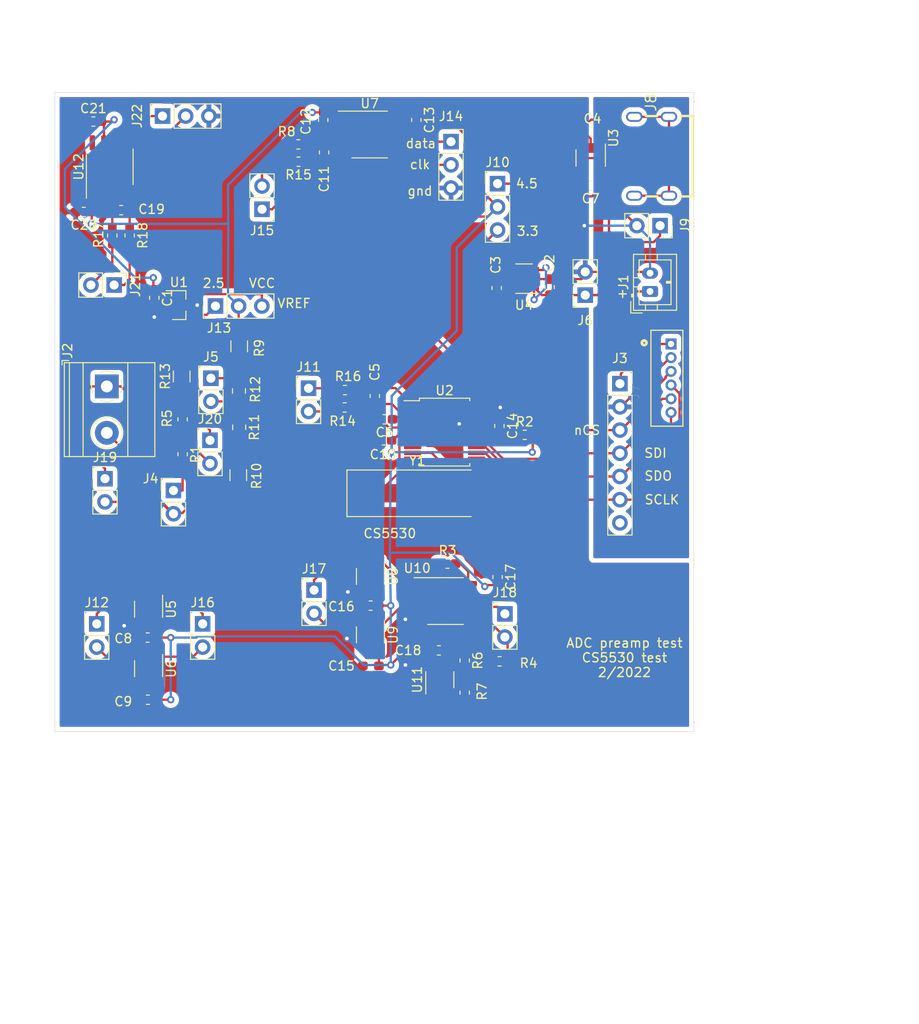
<source format=kicad_pcb>
(kicad_pcb (version 20171130) (host pcbnew "(5.1.5-0)")
  (layers (0 F.Cu signal) (31 B.Cu signal) (34 B.Paste user) (35 F.Paste user) (36 B.SilkS user) (37 F.SilkS user) (38 B.Mask user) (39 F.Mask user) (44 Edge.Cuts user))
  (net 0 "")
  (net 1 GND)
  (net 2 +3V3)
  (net 3 "Net-(C2-Pad1)")
  (net 4 "Net-(C4-Pad1)")
  (net 5 "Net-(C5-Pad2)")
  (net 6 "Net-(C5-Pad1)")
  (net 7 /vref)
  (net 8 +3.3VP)
  (net 9 /I-)
  (net 10 /I+)
  (net 11 "Net-(U4-Pad4)")
  (net 12 "Net-(U7-Pad8)")
  (net 13 GNDD)
  (net 14 "Net-(C6-Pad2)")
  (net 15 "Net-(C6-Pad1)")
  (net 16 "Net-(C14-Pad2)")
  (net 17 "Net-(J3-Pad7)")
  (net 18 /SDO)
  (net 19 /SDI)
  (net 20 /~CS)
  (net 21 /SCLK)
  (net 22 "Net-(U2-Pad10)")
  (net 23 "Net-(U2-Pad9)")
  (net 24 "Net-(U2-Pad8)")
  (net 25 "Net-(U2-Pad7)")
  (net 26 "Net-(J4-Pad1)")
  (net 27 "Net-(J5-Pad2)")
  (net 28 "Net-(J5-Pad1)")
  (net 29 +4V)
  (net 30 VCC)
  (net 31 "Net-(J8-Pad0)")
  (net 32 "Net-(J8-PadA5)")
  (net 33 "Net-(J8-PadB5)")
  (net 34 "Net-(J11-Pad2)")
  (net 35 "Net-(J11-Pad1)")
  (net 36 "Net-(J12-Pad2)")
  (net 37 /v2.5)
  (net 38 "Net-(R3-Pad1)")
  (net 39 "Net-(U3-Pad4)")
  (net 40 "Net-(C11-Pad2)")
  (net 41 "Net-(C11-Pad1)")
  (net 42 "Net-(J14-Pad2)")
  (net 43 "Net-(J14-Pad1)")
  (net 44 /Sheet62361479/V+)
  (net 45 /Sheet62361479/V-)
  (net 46 "Net-(R3-Pad2)")
  (net 47 "Net-(R4-Pad1)")
  (net 48 "Net-(R6-Pad2)")
  (net 49 "Net-(U10-Pad3)")
  (net 50 "Net-(U10-Pad2)")
  (net 51 "Net-(J20-Pad1)")
  (net 52 "Net-(J17-Pad2)")
  (net 53 "Net-(J17-Pad1)")
  (net 54 /Sheet621B1902/V-)
  (net 55 "Net-(J18-Pad1)")
  (net 56 "Net-(J12-Pad1)")
  (net 57 "Net-(J16-Pad2)")
  (net 58 "Net-(J16-Pad1)")
  (net 59 "Net-(C19-Pad2)")
  (net 60 "Net-(C19-Pad1)")
  (net 61 /Sheet62237673/V-)
  (net 62 /Sheet62237673/V+)
  (net 63 "Net-(J22-Pad2)")
  (net 64 "Net-(J22-Pad1)")
  (net 65 "Net-(U12-Pad8)")
  (module Package_SO:SOP-8_3.9x4.9mm_P1.27mm (layer F.Cu) (at 116.02 58.15 90)
    (fp_text reference U12 (at 0 -3.4 90) (layer F.SilkS))
    (fp_text value HX710C)
    (pad 8 smd roundrect (at 2.625 -1.905 90) (size 1.65 0.6) (layers F.Cu F.Paste F.Mask) (net 65 "Net-(U12-Pad8)"))
    (pad 7 smd roundrect (at 2.625 -0.635 90) (size 1.65 0.6) (layers F.Cu F.Paste F.Mask) (net 30 VCC))
    (pad 6 smd roundrect (at 2.625 0.635 90) (size 1.65 0.6) (layers F.Cu F.Paste F.Mask) (net 64 "Net-(J22-Pad1)"))
    (pad 5 smd roundrect (at 2.625 1.905 90) (size 1.65 0.6) (layers F.Cu F.Paste F.Mask) (net 63 "Net-(J22-Pad2)"))
    (pad 4 smd roundrect (at -2.625 1.905 90) (size 1.65 0.6) (layers F.Cu F.Paste F.Mask) (net 60 "Net-(C19-Pad1)"))
    (pad 3 smd roundrect (at -2.625 0.635 90) (size 1.65 0.6) (layers F.Cu F.Paste F.Mask) (net 59 "Net-(C19-Pad2)"))
    (pad 2 smd roundrect (at -2.625 -0.635 90) (size 1.65 0.6) (layers F.Cu F.Paste F.Mask) (net 1 GND))
    (pad 1 smd roundrect (at -2.625 -1.905 90) (size 1.65 0.6) (layers F.Cu F.Paste F.Mask) (net 7 /vref))
  )
  (module Resistor_SMD:R_0603_1608Metric_Pad1.05x0.95mm_HandSolder (layer F.Cu) (at 118.2 65.675 270)
    (fp_text reference R18 (at 0 -1.43 90) (layer F.SilkS))
    (fp_text value 100)
    (pad 2 smd roundrect (at 0.875 0 270) (size 1.05 0.95) (layers F.Cu F.Paste F.Mask) (net 62 /Sheet62237673/V+))
    (pad 1 smd roundrect (at -0.875 0 270) (size 1.05 0.95) (layers F.Cu F.Paste F.Mask) (net 60 "Net-(C19-Pad1)"))
  )
  (module Resistor_SMD:R_0603_1608Metric_Pad1.05x0.95mm_HandSolder (layer F.Cu) (at 116.3 65.675 270)
    (fp_text reference R17 (at -0.075 1.5 90) (layer F.SilkS))
    (fp_text value 100)
    (pad 2 smd roundrect (at 0.875 0 270) (size 1.05 0.95) (layers F.Cu F.Paste F.Mask) (net 61 /Sheet62237673/V-))
    (pad 1 smd roundrect (at -0.875 0 270) (size 1.05 0.95) (layers F.Cu F.Paste F.Mask) (net 59 "Net-(C19-Pad2)"))
  )
  (module Connector_PinSocket_2.54mm:PinSocket_1x03_P2.54mm_Vertical (layer F.Cu) (at 121.8 52.6 90)
    (fp_text reference J22 (at 0 -2.77 90) (layer F.SilkS))
    (fp_text value Conn_01x03_Female)
    (pad 3 thru_hole oval (at 0 5.08 90) (size 1.7 1.7) (drill 1) (layers *.Cu *.Mask) (net 1 GND))
    (pad 2 thru_hole oval (at 0 2.54 90) (size 1.7 1.7) (drill 1) (layers *.Cu *.Mask) (net 63 "Net-(J22-Pad2)"))
    (pad 1 thru_hole rect (at 0 0 90) (size 1.7 1.7) (drill 1) (layers *.Cu *.Mask) (net 64 "Net-(J22-Pad1)"))
  )
  (module Connector_PinHeader_2.54mm:PinHeader_1x02_P2.54mm_Vertical (layer F.Cu) (at 116.5 71.1 270)
    (fp_text reference J21 (at 0 -2.33 90) (layer F.SilkS))
    (fp_text value Conn_01x02_Male_2.54mm)
    (pad 2 thru_hole oval (at 0 2.54 270) (size 1.7 1.7) (drill 1) (layers *.Cu *.Mask) (net 61 /Sheet62237673/V-))
    (pad 1 thru_hole rect (at 0 0 270) (size 1.7 1.7) (drill 1) (layers *.Cu *.Mask) (net 62 /Sheet62237673/V+))
  )
  (module Capacitor_SMD:C_0603_1608Metric_Pad1.05x0.95mm_HandSolder (layer F.Cu) (at 114.225 53.2)
    (fp_text reference C21 (at 0 -1.43) (layer F.SilkS))
    (fp_text value 100nF)
    (pad 2 smd roundrect (at 0.875 0) (size 1.05 0.95) (layers F.Cu F.Paste F.Mask) (net 30 VCC))
    (pad 1 smd roundrect (at -0.875 0) (size 1.05 0.95) (layers F.Cu F.Paste F.Mask) (net 1 GND))
  )
  (module Capacitor_SMD:C_0603_1608Metric_Pad1.05x0.95mm_HandSolder (layer F.Cu) (at 113.175 63.1 180)
    (fp_text reference C20 (at 0 -1.43) (layer F.SilkS))
    (fp_text value 100nF)
    (pad 2 smd roundrect (at 0.875 0 180) (size 1.05 0.95) (layers F.Cu F.Paste F.Mask) (net 1 GND))
    (pad 1 smd roundrect (at -0.875 0 180) (size 1.05 0.95) (layers F.Cu F.Paste F.Mask) (net 7 /vref))
  )
  (module Capacitor_SMD:C_0603_1608Metric_Pad1.05x0.95mm_HandSolder (layer F.Cu) (at 117.275 62.9 180)
    (fp_text reference C19 (at -3.325 0.1) (layer F.SilkS))
    (fp_text value 100nF)
    (pad 2 smd roundrect (at 0.875 0 180) (size 1.05 0.95) (layers F.Cu F.Paste F.Mask) (net 59 "Net-(C19-Pad2)"))
    (pad 1 smd roundrect (at -0.875 0 180) (size 1.05 0.95) (layers F.Cu F.Paste F.Mask) (net 60 "Net-(C19-Pad1)"))
  )
  (module Connector_PinHeader_2.54mm:PinHeader_1x02_P2.54mm_Vertical (layer F.Cu) (at 127 88.1)
    (fp_text reference J20 (at 0 -2.33) (layer F.SilkS))
    (fp_text value Conn_01x02_Male_2.54mm)
    (pad 2 thru_hole oval (at 0 2.54) (size 1.7 1.7) (drill 1) (layers *.Cu *.Mask) (net 10 /I+))
    (pad 1 thru_hole rect (at 0 0) (size 1.7 1.7) (drill 1) (layers *.Cu *.Mask) (net 51 "Net-(J20-Pad1)"))
  )
  (module Connector_PinHeader_2.54mm:PinHeader_1x02_P2.54mm_Vertical (layer F.Cu) (at 115.5 92.3)
    (fp_text reference J19 (at 0 -2.33) (layer F.SilkS))
    (fp_text value Conn_01x02_Male_2.54mm)
    (pad 2 thru_hole oval (at 0 2.54) (size 1.7 1.7) (drill 1) (layers *.Cu *.Mask) (net 9 /I-))
    (pad 1 thru_hole rect (at 0 0) (size 1.7 1.7) (drill 1) (layers *.Cu *.Mask) (net 10 /I+))
  )
  (module Package_TO_SOT_SMD:TSOT-23-5 (layer F.Cu) (at 152.15 114.31 90)
    (fp_text reference U11 (at 0 -2.45 90) (layer F.SilkS))
    (fp_text value LMP7715)
    (pad 5 smd rect (at 1.31 -0.95 90) (size 1.22 0.65) (layers F.Cu F.Paste F.Mask) (net 30 VCC))
    (pad 4 smd rect (at 1.31 0.95 90) (size 1.22 0.65) (layers F.Cu F.Paste F.Mask) (net 47 "Net-(R4-Pad1)"))
    (pad 3 smd rect (at -1.31 0.95 90) (size 1.22 0.65) (layers F.Cu F.Paste F.Mask) (net 48 "Net-(R6-Pad2)"))
    (pad 2 smd rect (at -1.31 0 90) (size 1.22 0.65) (layers F.Cu F.Paste F.Mask) (net 1 GND))
    (pad 1 smd rect (at -1.31 -0.95 90) (size 1.22 0.65) (layers F.Cu F.Paste F.Mask) (net 47 "Net-(R4-Pad1)"))
  )
  (module Package_SO:SOIC-8_3.9x4.9mm_P1.27mm (layer F.Cu) (at 152.8 105.7)
    (fp_text reference U10 (at -3.1 -3.6) (layer F.SilkS))
    (fp_text value AD623)
    (pad 8 smd roundrect (at 2.475 -1.905) (size 1.95 0.6) (layers F.Cu F.Paste F.Mask) (net 46 "Net-(R3-Pad2)"))
    (pad 7 smd roundrect (at 2.475 -0.635) (size 1.95 0.6) (layers F.Cu F.Paste F.Mask) (net 30 VCC))
    (pad 6 smd roundrect (at 2.475 0.635) (size 1.95 0.6) (layers F.Cu F.Paste F.Mask) (net 55 "Net-(J18-Pad1)"))
    (pad 5 smd roundrect (at 2.475 1.905) (size 1.95 0.6) (layers F.Cu F.Paste F.Mask) (net 54 /Sheet621B1902/V-))
    (pad 4 smd roundrect (at -2.475 1.905) (size 1.95 0.6) (layers F.Cu F.Paste F.Mask) (net 1 GND))
    (pad 3 smd roundrect (at -2.475 0.635) (size 1.95 0.6) (layers F.Cu F.Paste F.Mask) (net 49 "Net-(U10-Pad3)"))
    (pad 2 smd roundrect (at -2.475 -0.635) (size 1.95 0.6) (layers F.Cu F.Paste F.Mask) (net 50 "Net-(U10-Pad2)"))
    (pad 1 smd roundrect (at -2.475 -1.905) (size 1.95 0.6) (layers F.Cu F.Paste F.Mask) (net 38 "Net-(R3-Pad1)"))
  )
  (module Package_TO_SOT_SMD:TSOT-23-5 (layer F.Cu) (at 144.6 109.4 270)
    (fp_text reference U9 (at 0 -2.45 90) (layer F.SilkS))
    (fp_text value LMP7715)
    (pad 5 smd rect (at 1.31 -0.95 270) (size 1.22 0.65) (layers F.Cu F.Paste F.Mask) (net 30 VCC))
    (pad 4 smd rect (at 1.31 0.95 270) (size 1.22 0.65) (layers F.Cu F.Paste F.Mask) (net 50 "Net-(U10-Pad2)"))
    (pad 3 smd rect (at -1.31 0.95 270) (size 1.22 0.65) (layers F.Cu F.Paste F.Mask) (net 52 "Net-(J17-Pad2)"))
    (pad 2 smd rect (at -1.31 0 270) (size 1.22 0.65) (layers F.Cu F.Paste F.Mask) (net 1 GND))
    (pad 1 smd rect (at -1.31 -0.95 270) (size 1.22 0.65) (layers F.Cu F.Paste F.Mask) (net 50 "Net-(U10-Pad2)"))
  )
  (module Package_TO_SOT_SMD:TSOT-23-5 (layer F.Cu) (at 144.6 103 270)
    (fp_text reference U8 (at 0 -2.45 90) (layer F.SilkS))
    (fp_text value LMP7715)
    (pad 5 smd rect (at 1.31 -0.95 270) (size 1.22 0.65) (layers F.Cu F.Paste F.Mask) (net 30 VCC))
    (pad 4 smd rect (at 1.31 0.95 270) (size 1.22 0.65) (layers F.Cu F.Paste F.Mask) (net 49 "Net-(U10-Pad3)"))
    (pad 3 smd rect (at -1.31 0.95 270) (size 1.22 0.65) (layers F.Cu F.Paste F.Mask) (net 53 "Net-(J17-Pad1)"))
    (pad 2 smd rect (at -1.31 0 270) (size 1.22 0.65) (layers F.Cu F.Paste F.Mask) (net 1 GND))
    (pad 1 smd rect (at -1.31 -0.95 270) (size 1.22 0.65) (layers F.Cu F.Paste F.Mask) (net 49 "Net-(U10-Pad3)"))
  )
  (module Package_TO_SOT_SMD:TSOT-23-5 (layer F.Cu) (at 120.3 113.1 270)
    (fp_text reference U6 (at 0 -2.45 90) (layer F.SilkS))
    (fp_text value LMP7715)
    (pad 5 smd rect (at 1.31 -0.95 270) (size 1.22 0.65) (layers F.Cu F.Paste F.Mask) (net 30 VCC))
    (pad 4 smd rect (at 1.31 0.95 270) (size 1.22 0.65) (layers F.Cu F.Paste F.Mask) (net 57 "Net-(J16-Pad2)"))
    (pad 3 smd rect (at -1.31 0.95 270) (size 1.22 0.65) (layers F.Cu F.Paste F.Mask) (net 36 "Net-(J12-Pad2)"))
    (pad 2 smd rect (at -1.31 0 270) (size 1.22 0.65) (layers F.Cu F.Paste F.Mask) (net 1 GND))
    (pad 1 smd rect (at -1.31 -0.95 270) (size 1.22 0.65) (layers F.Cu F.Paste F.Mask) (net 57 "Net-(J16-Pad2)"))
  )
  (module Package_TO_SOT_SMD:TSOT-23-5 (layer F.Cu) (at 120.3 106.6 270)
    (fp_text reference U5 (at 0 -2.45 90) (layer F.SilkS))
    (fp_text value LMP7715)
    (pad 5 smd rect (at 1.31 -0.95 270) (size 1.22 0.65) (layers F.Cu F.Paste F.Mask) (net 30 VCC))
    (pad 4 smd rect (at 1.31 0.95 270) (size 1.22 0.65) (layers F.Cu F.Paste F.Mask) (net 58 "Net-(J16-Pad1)"))
    (pad 3 smd rect (at -1.31 0.95 270) (size 1.22 0.65) (layers F.Cu F.Paste F.Mask) (net 56 "Net-(J12-Pad1)"))
    (pad 2 smd rect (at -1.31 0 270) (size 1.22 0.65) (layers F.Cu F.Paste F.Mask) (net 1 GND))
    (pad 1 smd rect (at -1.31 -0.95 270) (size 1.22 0.65) (layers F.Cu F.Paste F.Mask) (net 58 "Net-(J16-Pad1)"))
  )
  (module Resistor_SMD:R_0603_1608Metric_Pad1.05x0.95mm_HandSolder (layer F.Cu) (at 154.9 115.725 270)
    (fp_text reference R7 (at -0.125 -1.9 90) (layer F.SilkS))
    (fp_text value 10K)
    (pad 2 smd roundrect (at 0.875 0 270) (size 1.05 0.95) (layers F.Cu F.Paste F.Mask) (net 1 GND))
    (pad 1 smd roundrect (at -0.875 0 270) (size 1.05 0.95) (layers F.Cu F.Paste F.Mask) (net 48 "Net-(R6-Pad2)"))
  )
  (module Resistor_SMD:R_0603_1608Metric_Pad1.05x0.95mm_HandSolder (layer F.Cu) (at 154.9 112.2 270)
    (fp_text reference R6 (at 0 -1.43 90) (layer F.SilkS))
    (fp_text value 10K)
    (pad 2 smd roundrect (at 0.875 0 270) (size 1.05 0.95) (layers F.Cu F.Paste F.Mask) (net 48 "Net-(R6-Pad2)"))
    (pad 1 smd roundrect (at -0.875 0 270) (size 1.05 0.95) (layers F.Cu F.Paste F.Mask) (net 30 VCC))
  )
  (module Resistor_SMD:R_0603_1608Metric_Pad1.05x0.95mm_HandSolder (layer F.Cu) (at 158.725 112.3)
    (fp_text reference R4 (at 3.175 0.2) (layer F.SilkS))
    (fp_text value 10)
    (pad 2 smd roundrect (at 0.875 0) (size 1.05 0.95) (layers F.Cu F.Paste F.Mask) (net 54 /Sheet621B1902/V-))
    (pad 1 smd roundrect (at -0.875 0) (size 1.05 0.95) (layers F.Cu F.Paste F.Mask) (net 47 "Net-(R4-Pad1)"))
  )
  (module Resistor_SMD:R_0603_1608Metric_Pad1.05x0.95mm_HandSolder (layer F.Cu) (at 153.025 101.6)
    (fp_text reference R3 (at 0 -1.43) (layer F.SilkS))
    (fp_text value DNF)
    (pad 2 smd roundrect (at 0.875 0) (size 1.05 0.95) (layers F.Cu F.Paste F.Mask) (net 46 "Net-(R3-Pad2)"))
    (pad 1 smd roundrect (at -0.875 0) (size 1.05 0.95) (layers F.Cu F.Paste F.Mask) (net 38 "Net-(R3-Pad1)"))
  )
  (module Connector_PinHeader_2.54mm:PinHeader_1x02_P2.54mm_Vertical (layer F.Cu) (at 159.3 107.1)
    (fp_text reference J18 (at 0 -2.33) (layer F.SilkS))
    (fp_text value Conn_01x02_Male_2.54mm)
    (pad 2 thru_hole oval (at 0 2.54) (size 1.7 1.7) (drill 1) (layers *.Cu *.Mask) (net 54 /Sheet621B1902/V-))
    (pad 1 thru_hole rect (at 0 0) (size 1.7 1.7) (drill 1) (layers *.Cu *.Mask) (net 55 "Net-(J18-Pad1)"))
  )
  (module Connector_PinHeader_2.54mm:PinHeader_1x02_P2.54mm_Vertical (layer F.Cu) (at 138.4 104.5)
    (fp_text reference J17 (at 0 -2.33) (layer F.SilkS))
    (fp_text value Conn_01x02_Male_2.54mm)
    (pad 2 thru_hole oval (at 0 2.54) (size 1.7 1.7) (drill 1) (layers *.Cu *.Mask) (net 52 "Net-(J17-Pad2)"))
    (pad 1 thru_hole rect (at 0 0) (size 1.7 1.7) (drill 1) (layers *.Cu *.Mask) (net 53 "Net-(J17-Pad1)"))
  )
  (module Connector_PinHeader_2.54mm:PinHeader_1x02_P2.54mm_Vertical (layer F.Cu) (at 126.2 108.2)
    (fp_text reference J16 (at 0 -2.33) (layer F.SilkS))
    (fp_text value Conn_01x02_Male_2.54mm)
    (pad 2 thru_hole oval (at 0 2.54) (size 1.7 1.7) (drill 1) (layers *.Cu *.Mask) (net 57 "Net-(J16-Pad2)"))
    (pad 1 thru_hole rect (at 0 0) (size 1.7 1.7) (drill 1) (layers *.Cu *.Mask) (net 58 "Net-(J16-Pad1)"))
  )
  (module Connector_PinHeader_2.54mm:PinHeader_1x02_P2.54mm_Vertical (layer F.Cu) (at 114.6 108.2)
    (fp_text reference J12 (at 0 -2.33) (layer F.SilkS))
    (fp_text value Conn_01x02_Male_2.54mm)
    (pad 2 thru_hole oval (at 0 2.54) (size 1.7 1.7) (drill 1) (layers *.Cu *.Mask) (net 36 "Net-(J12-Pad2)"))
    (pad 1 thru_hole rect (at 0 0) (size 1.7 1.7) (drill 1) (layers *.Cu *.Mask) (net 56 "Net-(J12-Pad1)"))
  )
  (module Connector_PinHeader_2.54mm:PinHeader_1x02_P2.54mm_Vertical (layer F.Cu) (at 137.8 82.4)
    (fp_text reference J11 (at 0 -2.33) (layer F.SilkS))
    (fp_text value Conn_01x02_Male_2.54mm)
    (pad 2 thru_hole oval (at 0 2.54) (size 1.7 1.7) (drill 1) (layers *.Cu *.Mask) (net 34 "Net-(J11-Pad2)"))
    (pad 1 thru_hole rect (at 0 0) (size 1.7 1.7) (drill 1) (layers *.Cu *.Mask) (net 35 "Net-(J11-Pad1)"))
  )
  (module Capacitor_SMD:C_0603_1608Metric_Pad1.05x0.95mm_HandSolder (layer F.Cu) (at 152.075 111.1 180)
    (fp_text reference C18 (at 3.375 0) (layer F.SilkS))
    (fp_text value 100nF)
    (pad 2 smd roundrect (at 0.875 0 180) (size 1.05 0.95) (layers F.Cu F.Paste F.Mask) (net 1 GND))
    (pad 1 smd roundrect (at -0.875 0 180) (size 1.05 0.95) (layers F.Cu F.Paste F.Mask) (net 30 VCC))
  )
  (module Capacitor_SMD:C_0603_1608Metric_Pad1.05x0.95mm_HandSolder (layer F.Cu) (at 158.5 103.075 270)
    (fp_text reference C17 (at 0 -1.43 90) (layer F.SilkS))
    (fp_text value 100nF)
    (pad 2 smd roundrect (at 0.875 0 270) (size 1.05 0.95) (layers F.Cu F.Paste F.Mask) (net 30 VCC))
    (pad 1 smd roundrect (at -0.875 0 270) (size 1.05 0.95) (layers F.Cu F.Paste F.Mask) (net 1 GND))
  )
  (module Capacitor_SMD:C_0603_1608Metric_Pad1.05x0.95mm_HandSolder (layer F.Cu) (at 144.6 106.2 180)
    (fp_text reference C16 (at 3.2 -0.1) (layer F.SilkS))
    (fp_text value 100nF)
    (pad 2 smd roundrect (at 0.875 0 180) (size 1.05 0.95) (layers F.Cu F.Paste F.Mask) (net 1 GND))
    (pad 1 smd roundrect (at -0.875 0 180) (size 1.05 0.95) (layers F.Cu F.Paste F.Mask) (net 30 VCC))
  )
  (module Capacitor_SMD:C_0603_1608Metric_Pad1.05x0.95mm_HandSolder (layer F.Cu) (at 144.625 112.8 180)
    (fp_text reference C15 (at 3.225 0) (layer F.SilkS))
    (fp_text value 100nF)
    (pad 2 smd roundrect (at 0.875 0 180) (size 1.05 0.95) (layers F.Cu F.Paste F.Mask) (net 1 GND))
    (pad 1 smd roundrect (at -0.875 0 180) (size 1.05 0.95) (layers F.Cu F.Paste F.Mask) (net 30 VCC))
  )
  (module Capacitor_SMD:C_0603_1608Metric_Pad1.05x0.95mm_HandSolder (layer F.Cu) (at 120.2 116.5 180)
    (fp_text reference C9 (at 2.7 -0.2) (layer F.SilkS))
    (fp_text value 100nF)
    (pad 2 smd roundrect (at 0.875 0 180) (size 1.05 0.95) (layers F.Cu F.Paste F.Mask) (net 1 GND))
    (pad 1 smd roundrect (at -0.875 0 180) (size 1.05 0.95) (layers F.Cu F.Paste F.Mask) (net 30 VCC))
  )
  (module Capacitor_SMD:C_0603_1608Metric_Pad1.05x0.95mm_HandSolder (layer F.Cu) (at 120.175 109.7 180)
    (fp_text reference C8 (at 2.675 -0.1) (layer F.SilkS))
    (fp_text value 100nF)
    (pad 2 smd roundrect (at 0.875 0 180) (size 1.05 0.95) (layers F.Cu F.Paste F.Mask) (net 1 GND))
    (pad 1 smd roundrect (at -0.875 0 180) (size 1.05 0.95) (layers F.Cu F.Paste F.Mask) (net 30 VCC))
  )
  (module Connector_PinHeader_2.54mm:PinHeader_1x02_P2.54mm_Vertical (layer F.Cu) (at 132.7 62.8 180)
    (fp_text reference J15 (at 0 -2.33) (layer F.SilkS))
    (fp_text value Conn_01x02_Male_2.54mm)
    (pad 2 thru_hole oval (at 0 2.54 180) (size 1.7 1.7) (drill 1) (layers *.Cu *.Mask) (net 45 /Sheet62361479/V-))
    (pad 1 thru_hole rect (at 0 0 180) (size 1.7 1.7) (drill 1) (layers *.Cu *.Mask) (net 44 /Sheet62361479/V+))
  )
  (module Package_SO:SOP-8_3.9x4.9mm_P1.27mm (layer F.Cu) (at 144.49 54.62)
    (fp_text reference U7 (at 0 -3.4) (layer F.SilkS))
    (fp_text value CS1237)
    (pad 8 smd roundrect (at 2.625 -1.905) (size 1.65 0.6) (layers F.Cu F.Paste F.Mask) (net 12 "Net-(U7-Pad8)"))
    (pad 7 smd roundrect (at 2.625 -0.635) (size 1.65 0.6) (layers F.Cu F.Paste F.Mask) (net 30 VCC))
    (pad 6 smd roundrect (at 2.625 0.635) (size 1.65 0.6) (layers F.Cu F.Paste F.Mask) (net 43 "Net-(J14-Pad1)"))
    (pad 5 smd roundrect (at 2.625 1.905) (size 1.65 0.6) (layers F.Cu F.Paste F.Mask) (net 42 "Net-(J14-Pad2)"))
    (pad 4 smd roundrect (at -2.625 1.905) (size 1.65 0.6) (layers F.Cu F.Paste F.Mask) (net 41 "Net-(C11-Pad1)"))
    (pad 3 smd roundrect (at -2.625 0.635) (size 1.65 0.6) (layers F.Cu F.Paste F.Mask) (net 40 "Net-(C11-Pad2)"))
    (pad 2 smd roundrect (at -2.625 -0.635) (size 1.65 0.6) (layers F.Cu F.Paste F.Mask) (net 1 GND))
    (pad 1 smd roundrect (at -2.625 -1.905) (size 1.65 0.6) (layers F.Cu F.Paste F.Mask) (net 7 /vref))
  )
  (module Package_TO_SOT_SMD:SOT-23 (layer F.Cu) (at 123.6 73.3)
    (fp_text reference U1 (at 0 -2.5) (layer F.SilkS))
    (fp_text value REF3025)
    (pad 3 smd rect (at 1 0) (size 0.9 0.8) (layers F.Cu F.Paste F.Mask) (net 1 GND))
    (pad 2 smd rect (at -1 0.95) (size 0.9 0.8) (layers F.Cu F.Paste F.Mask) (net 37 /v2.5))
    (pad 1 smd rect (at -1 -0.95) (size 0.9 0.8) (layers F.Cu F.Paste F.Mask) (net 30 VCC))
  )
  (module Resistor_SMD:R_0603_1608Metric_Pad1.05x0.95mm_HandSolder (layer F.Cu) (at 136.7 57.6 180)
    (fp_text reference R15 (at 0 -1.43) (layer F.SilkS))
    (fp_text value 100)
    (pad 2 smd roundrect (at 0.875 0 180) (size 1.05 0.95) (layers F.Cu F.Paste F.Mask) (net 44 /Sheet62361479/V+))
    (pad 1 smd roundrect (at -0.875 0 180) (size 1.05 0.95) (layers F.Cu F.Paste F.Mask) (net 41 "Net-(C11-Pad1)"))
  )
  (module Resistor_SMD:R_0805_2012Metric_Pad1.15x1.40mm_HandSolder (layer F.Cu) (at 130.2 86.675 270)
    (fp_text reference R11 (at 0 -1.65 90) (layer F.SilkS))
    (fp_text value 5K_0.1%)
    (pad 2 smd roundrect (at 1.025 0 270) (size 1.15 1.4) (layers F.Cu F.Paste F.Mask) (roundrect_rratio 0.217391) (net 9 /I-))
    (pad 1 smd roundrect (at -1.025 0 270) (size 1.15 1.4) (layers F.Cu F.Paste F.Mask) (roundrect_rratio 0.217391) (net 27 "Net-(J5-Pad2)"))
  )
  (module Resistor_SMD:R_0603_1608Metric_Pad1.05x0.95mm_HandSolder (layer F.Cu) (at 136.675 55.7 180)
    (fp_text reference R8 (at 1.275 1.4) (layer F.SilkS))
    (fp_text value 100)
    (pad 2 smd roundrect (at 0.875 0 180) (size 1.05 0.95) (layers F.Cu F.Paste F.Mask) (net 45 /Sheet62361479/V-))
    (pad 1 smd roundrect (at -0.875 0 180) (size 1.05 0.95) (layers F.Cu F.Paste F.Mask) (net 40 "Net-(C11-Pad2)"))
  )
  (module Resistor_SMD:R_0603_1608Metric_Pad1.05x0.95mm_HandSolder (layer F.Cu) (at 124 85.8 90)
    (fp_text reference R5 (at 0.1 -1.7 90) (layer F.SilkS))
    (fp_text value 100K_0.1%)
    (pad 2 smd roundrect (at 0.875 0 90) (size 1.05 0.95) (layers F.Cu F.Paste F.Mask) (net 51 "Net-(J20-Pad1)"))
    (pad 1 smd roundrect (at -0.875 0 90) (size 1.05 0.95) (layers F.Cu F.Paste F.Mask) (net 10 /I+))
  )
  (module Connector_PinSocket_2.54mm:PinSocket_1x03_P2.54mm_Vertical (layer F.Cu) (at 153.4 55.4)
    (fp_text reference J14 (at 0 -2.77) (layer F.SilkS))
    (fp_text value Conn_01x03_Female)
    (pad 3 thru_hole oval (at 0 5.08) (size 1.7 1.7) (drill 1) (layers *.Cu *.Mask) (net 1 GND))
    (pad 2 thru_hole oval (at 0 2.54) (size 1.7 1.7) (drill 1) (layers *.Cu *.Mask) (net 42 "Net-(J14-Pad2)"))
    (pad 1 thru_hole rect (at 0 0) (size 1.7 1.7) (drill 1) (layers *.Cu *.Mask) (net 43 "Net-(J14-Pad1)"))
  )
  (module Connector_PinSocket_2.54mm:PinSocket_1x02_P2.54mm_Vertical (layer F.Cu) (at 168.1 72.2 180)
    (fp_text reference J6 (at 0 -2.77) (layer F.SilkS))
    (fp_text value receptacle)
    (pad 2 thru_hole oval (at 0 2.54 180) (size 1.7 1.7) (drill 1) (layers *.Cu *.Mask) (net 1 GND))
    (pad 1 thru_hole rect (at 0 0 180) (size 1.7 1.7) (drill 1) (layers *.Cu *.Mask) (net 3 "Net-(C2-Pad1)"))
  )
  (module Connector_PinSocket_2.54mm:PinSocket_1x07_P2.54mm_Vertical (layer F.Cu) (at 171.9 81.9)
    (fp_text reference J3 (at 0 -2.77) (layer F.SilkS))
    (fp_text value Conn_01x07_Female)
    (pad 7 thru_hole oval (at 0 15.24) (size 1.7 1.7) (drill 1) (layers *.Cu *.Mask) (net 17 "Net-(J3-Pad7)"))
    (pad 6 thru_hole oval (at 0 12.7) (size 1.7 1.7) (drill 1) (layers *.Cu *.Mask) (net 21 /SCLK))
    (pad 5 thru_hole oval (at 0 10.16) (size 1.7 1.7) (drill 1) (layers *.Cu *.Mask) (net 18 /SDO))
    (pad 4 thru_hole oval (at 0 7.62) (size 1.7 1.7) (drill 1) (layers *.Cu *.Mask) (net 19 /SDI))
    (pad 3 thru_hole oval (at 0 5.08) (size 1.7 1.7) (drill 1) (layers *.Cu *.Mask) (net 20 /~CS))
    (pad 2 thru_hole oval (at 0 2.54) (size 1.7 1.7) (drill 1) (layers *.Cu *.Mask) (net 13 GNDD))
    (pad 1 thru_hole rect (at 0 0) (size 1.7 1.7) (drill 1) (layers *.Cu *.Mask) (net 8 +3.3VP))
  )
  (module Connector_JST:JST_PH_B2B-PH-K_1x02_P2.00mm_Vertical (layer F.Cu) (at 175.2 71.8 90)
    (fp_text reference J1 (at 1 -2.9 90) (layer F.SilkS))
    (fp_text value battery)
    (pad 2 thru_hole oval (at 2 0 90) (size 1.2 1.75) (drill 0.75) (layers *.Cu *.Mask) (net 1 GND))
    (pad 1 thru_hole roundrect (at 0 0 90) (size 1.2 1.75) (drill 0.75) (layers *.Cu *.Mask) (roundrect_rratio 0.208333) (net 3 "Net-(C2-Pad1)"))
  )
  (module Capacitor_SMD:C_0603_1608Metric_Pad1.05x0.95mm_HandSolder (layer F.Cu) (at 158.7 86.525 270)
    (fp_text reference C14 (at 0 -1.43 90) (layer F.SilkS))
    (fp_text value 100nF)
    (pad 2 smd roundrect (at 0.875 0 270) (size 1.05 0.95) (layers F.Cu F.Paste F.Mask) (net 16 "Net-(C14-Pad2)"))
    (pad 1 smd roundrect (at -0.875 0 270) (size 1.05 0.95) (layers F.Cu F.Paste F.Mask) (net 1 GND))
  )
  (module Capacitor_SMD:C_0603_1608Metric_Pad1.05x0.95mm_HandSolder (layer F.Cu) (at 149.6 53.025 270)
    (fp_text reference C13 (at 0 -1.43 90) (layer F.SilkS))
    (fp_text value 100nF)
    (pad 2 smd roundrect (at 0.875 0 270) (size 1.05 0.95) (layers F.Cu F.Paste F.Mask) (net 30 VCC))
    (pad 1 smd roundrect (at -0.875 0 270) (size 1.05 0.95) (layers F.Cu F.Paste F.Mask) (net 1 GND))
  )
  (module Capacitor_SMD:C_0603_1608Metric_Pad1.05x0.95mm_HandSolder (layer F.Cu) (at 139.4 53.025 270)
    (fp_text reference C12 (at 0.175 1.9 90) (layer F.SilkS))
    (fp_text value 100nF)
    (pad 2 smd roundrect (at 0.875 0 270) (size 1.05 0.95) (layers F.Cu F.Paste F.Mask) (net 1 GND))
    (pad 1 smd roundrect (at -0.875 0 270) (size 1.05 0.95) (layers F.Cu F.Paste F.Mask) (net 7 /vref))
  )
  (module Capacitor_SMD:C_0603_1608Metric_Pad1.05x0.95mm_HandSolder (layer F.Cu) (at 139.5 56.575 90)
    (fp_text reference C11 (at -2.925 0 90) (layer F.SilkS))
    (fp_text value 100nF)
    (pad 2 smd roundrect (at 0.875 0 90) (size 1.05 0.95) (layers F.Cu F.Paste F.Mask) (net 40 "Net-(C11-Pad2)"))
    (pad 1 smd roundrect (at -0.875 0 90) (size 1.05 0.95) (layers F.Cu F.Paste F.Mask) (net 41 "Net-(C11-Pad1)"))
  )
  (module Capacitor_SMD:C_0603_1608Metric_Pad1.05x0.95mm_HandSolder (layer F.Cu) (at 146.125 85.8 180)
    (fp_text reference C6 (at 0 -1.43) (layer F.SilkS))
    (fp_text value 22nF)
    (pad 2 smd roundrect (at 0.875 0 180) (size 1.05 0.95) (layers F.Cu F.Paste F.Mask) (net 14 "Net-(C6-Pad2)"))
    (pad 1 smd roundrect (at -0.875 0 180) (size 1.05 0.95) (layers F.Cu F.Paste F.Mask) (net 15 "Net-(C6-Pad1)"))
  )
  (module Capacitor_SMD:C_0603_1608Metric_Pad1.05x0.95mm_HandSolder (layer F.Cu) (at 120.9 72.5 270)
    (fp_text reference C1 (at 0 -1.43 90) (layer F.SilkS))
    (fp_text value 470nF)
    (pad 2 smd roundrect (at 0.875 0 270) (size 1.05 0.95) (layers F.Cu F.Paste F.Mask) (net 1 GND))
    (pad 1 smd roundrect (at -0.875 0 270) (size 1.05 0.95) (layers F.Cu F.Paste F.Mask) (net 30 VCC))
  )
  (module Package_TO_SOT_SMD:SOT-23-5 (layer F.Cu) (at 168.7 57.2 270)
    (fp_text reference U3 (at -2.2 -2.5 90) (layer F.SilkS))
    (fp_text value LP5907MFX-4.5)
    (pad 5 smd rect (at 1.1 -0.95 270) (size 1.06 0.65) (layers F.Cu F.Paste F.Mask) (net 29 +4V))
    (pad 4 smd rect (at 1.1 0.95 270) (size 1.06 0.65) (layers F.Cu F.Paste F.Mask) (net 39 "Net-(U3-Pad4)"))
    (pad 3 smd rect (at -1.1 0.95 270) (size 1.06 0.65) (layers F.Cu F.Paste F.Mask) (net 4 "Net-(C4-Pad1)"))
    (pad 2 smd rect (at -1.1 0 270) (size 1.06 0.65) (layers F.Cu F.Paste F.Mask) (net 1 GND))
    (pad 1 smd rect (at -1.1 -0.95 270) (size 1.06 0.65) (layers F.Cu F.Paste F.Mask) (net 4 "Net-(C4-Pad1)"))
  )
  (module Connector_PinHeader_2.54mm:PinHeader_1x03_P2.54mm_Vertical (layer F.Cu) (at 127.6 73.4 90)
    (fp_text reference J13 (at -2.4 0.4 180) (layer F.SilkS))
    (fp_text value Conn_01x03_Male)
    (pad 3 thru_hole oval (at 0 5.08 90) (size 1.7 1.7) (drill 1) (layers *.Cu *.Mask) (net 30 VCC))
    (pad 2 thru_hole oval (at 0 2.54 90) (size 1.7 1.7) (drill 1) (layers *.Cu *.Mask) (net 7 /vref))
    (pad 1 thru_hole rect (at 0 0 90) (size 1.7 1.7) (drill 1) (layers *.Cu *.Mask) (net 37 /v2.5))
  )
  (module Connector_PinHeader_2.54mm:PinHeader_1x03_P2.54mm_Vertical (layer F.Cu) (at 158.5 60)
    (fp_text reference J10 (at 0 -2.33) (layer F.SilkS))
    (fp_text value Conn_01x03_Male)
    (pad 3 thru_hole oval (at 0 5.08) (size 1.7 1.7) (drill 1) (layers *.Cu *.Mask) (net 2 +3V3))
    (pad 2 thru_hole oval (at 0 2.54) (size 1.7 1.7) (drill 1) (layers *.Cu *.Mask) (net 30 VCC))
    (pad 1 thru_hole rect (at 0 0) (size 1.7 1.7) (drill 1) (layers *.Cu *.Mask) (net 29 +4V))
  )
  (module Connector_PinSocket_2.54mm:PinSocket_1x02_P2.54mm_Vertical (layer F.Cu) (at 176.3 64.6 270)
    (fp_text reference J9 (at 0 -2.77 90) (layer F.SilkS))
    (fp_text value receptacle)
    (pad 2 thru_hole oval (at 0 2.54 270) (size 1.7 1.7) (drill 1) (layers *.Cu *.Mask) (net 1 GND))
    (pad 1 thru_hole rect (at 0 0 270) (size 1.7 1.7) (drill 1) (layers *.Cu *.Mask) (net 4 "Net-(C4-Pad1)"))
  )
  (module 0my_footprints:USB-C-KoreanHroparts (layer F.Cu) (at 175.3 57 90)
    (fp_text reference J8 (at 4.8 0 90) (layer F.SilkS) (effects (font (size 1.143 1.143) (thickness 0.152)) (justify left)))
    (fp_text value USB_C_KoreanHroparts_6P hide)
    (pad 0 thru_hole oval (at -4.32 1.975 90) (size 1.1 1.8) (drill oval 0.7 1.401) (layers *.Cu *.Paste *.Mask) (net 31 "Net-(J8-Pad0)"))
    (pad 0 thru_hole oval (at 4.32 1.975 90) (size 1.1 1.8) (drill oval 0.7 1.401) (layers *.Cu *.Paste *.Mask) (net 31 "Net-(J8-Pad0)"))
    (pad 0 thru_hole oval (at -4.32 -1.825 90) (size 1.1 1.8) (drill oval 0.7 1.401) (layers *.Cu *.Paste *.Mask) (net 31 "Net-(J8-Pad0)"))
    (pad 0 thru_hole oval (at 4.32 -1.825 90) (size 1.1 1.8) (drill oval 0.7 1.401) (layers *.Cu *.Paste *.Mask) (net 31 "Net-(J8-Pad0)"))
    (pad B12 smd rect (at -2.75 -1.975 90) (size 0.8 1.5) (layers F.Cu F.Paste F.Mask) (net 1 GND))
    (pad B9 smd rect (at -1.52 -1.975 90) (size 0.76 1.5) (layers F.Cu F.Paste F.Mask) (net 4 "Net-(C4-Pad1)"))
    (pad A5 smd rect (at -0.5 -1.975 90) (size 0.7 1.5) (layers F.Cu F.Paste F.Mask) (net 32 "Net-(J8-PadA5)"))
    (pad B5 smd rect (at 0.5 -1.975 90) (size 0.7 1.5) (layers F.Cu F.Paste F.Mask) (net 33 "Net-(J8-PadB5)"))
    (pad A9 smd rect (at 1.52 -1.975 90) (size 0.76 1.5) (layers F.Cu F.Paste F.Mask) (net 4 "Net-(C4-Pad1)"))
    (pad A12 smd rect (at 2.75 -1.975 90) (size 0.8 1.5) (layers F.Cu F.Paste F.Mask) (net 1 GND))
  )
  (module Capacitor_SMD:C_0603_1608Metric_Pad1.05x0.95mm_HandSolder (layer F.Cu) (at 168.7 60.2 180)
    (fp_text reference C7 (at 0 -1.43) (layer F.SilkS))
    (fp_text value 1uF)
    (pad 2 smd roundrect (at 0.875 0 180) (size 1.05 0.95) (layers F.Cu F.Paste F.Mask) (net 1 GND))
    (pad 1 smd roundrect (at -0.875 0 180) (size 1.05 0.95) (layers F.Cu F.Paste F.Mask) (net 29 +4V))
  )
  (module Capacitor_SMD:C_0603_1608Metric_Pad1.05x0.95mm_HandSolder (layer F.Cu) (at 168.8 54.3 180)
    (fp_text reference C4 (at -0.1 1.4) (layer F.SilkS))
    (fp_text value 1uF)
    (pad 2 smd roundrect (at 0.875 0 180) (size 1.05 0.95) (layers F.Cu F.Paste F.Mask) (net 1 GND))
    (pad 1 smd roundrect (at -0.875 0 180) (size 1.05 0.95) (layers F.Cu F.Paste F.Mask) (net 4 "Net-(C4-Pad1)"))
  )
  (module "0my_footprints:JST_B6B-ZR(LF)(SN)" (layer F.Cu) (at 177.5 81.3 90)
    (fp_text reference J7 (at -1.51593 -3.9307 90) (layer F.SilkS) (effects (font (size 1.000283 1.000283) (thickness 0.015))))
    (fp_text value Conn_01x06_SPI)
    (pad 1 thru_hole rect (at 3.75 0 90) (size 1.208 1.208) (drill 0.7) (layers *.Cu *.Mask) (net 8 +3.3VP))
    (pad 2 thru_hole circle (at 2.25 0 90) (size 1.208 1.208) (drill 0.7) (layers *.Cu *.Mask) (net 13 GNDD))
    (pad 3 thru_hole circle (at 0.75 0 90) (size 1.208 1.208) (drill 0.7) (layers *.Cu *.Mask) (net 20 /~CS))
    (pad 4 thru_hole circle (at -0.75 0 90) (size 1.208 1.208) (drill 0.7) (layers *.Cu *.Mask) (net 21 /SCLK))
    (pad 6 thru_hole circle (at -3.75 0 90) (size 1.208 1.208) (drill 0.7) (layers *.Cu *.Mask) (net 18 /SDO))
    (pad 5 thru_hole circle (at -2.25 0 90) (size 1.208 1.208) (drill 0.7) (layers *.Cu *.Mask) (net 19 /SDI))
  )
  (module Connector_PinHeader_2.54mm:PinHeader_1x02_P2.54mm_Vertical (layer F.Cu) (at 127.1 81.3)
    (fp_text reference J5 (at 0 -2.33) (layer F.SilkS))
    (fp_text value Conn_01x02_Male_2.54mm)
    (pad 2 thru_hole oval (at 0 2.54) (size 1.7 1.7) (drill 1) (layers *.Cu *.Mask) (net 27 "Net-(J5-Pad2)"))
    (pad 1 thru_hole rect (at 0 0) (size 1.7 1.7) (drill 1) (layers *.Cu *.Mask) (net 28 "Net-(J5-Pad1)"))
  )
  (module Connector_PinHeader_2.54mm:PinHeader_1x02_P2.54mm_Vertical (layer F.Cu) (at 123 93.6)
    (fp_text reference J4 (at -2.5 -1.3) (layer F.SilkS))
    (fp_text value Conn_01x02_Male_2.54mm)
    (pad 2 thru_hole oval (at 0 2.54) (size 1.7 1.7) (drill 1) (layers *.Cu *.Mask) (net 9 /I-))
    (pad 1 thru_hole rect (at 0 0) (size 1.7 1.7) (drill 1) (layers *.Cu *.Mask) (net 26 "Net-(J4-Pad1)"))
  )
  (module 0my_footprints:Crystal_X49SM49152MSD2SC (layer F.Cu) (at 149.7 93.9)
    (fp_text reference Y1 (at 0 -3.55) (layer F.SilkS))
    (fp_text value "Crystal 4.9152MHz")
    (pad 2 smd rect (at 4.75 0) (size 5.5 2) (layers F.Cu F.Paste F.Mask) (net 23 "Net-(U2-Pad9)"))
    (pad 1 smd rect (at -4.75 0) (size 5.5 2) (layers F.Cu F.Paste F.Mask) (net 22 "Net-(U2-Pad10)"))
  )
  (module Package_SO:SSOP-20_5.3x7.2mm_P0.65mm (layer F.Cu) (at 152.7 87.2)
    (fp_text reference U2 (at 0 -4.55) (layer F.SilkS))
    (fp_text value CS5530-ISZ)
    (pad 20 smd roundrect (at 3.5 -2.925) (size 1.9 0.5) (layers F.Cu F.Paste F.Mask) (net 1 GND))
    (pad 19 smd roundrect (at 3.5 -2.275) (size 1.9 0.5) (layers F.Cu F.Paste F.Mask) (net 1 GND))
    (pad 18 smd roundrect (at 3.5 -1.625) (size 1.9 0.5) (layers F.Cu F.Paste F.Mask) (net 7 /vref))
    (pad 17 smd roundrect (at 3.5 -0.975) (size 1.9 0.5) (layers F.Cu F.Paste F.Mask) (net 1 GND))
    (pad 16 smd roundrect (at 3.5 -0.325) (size 1.9 0.5) (layers F.Cu F.Paste F.Mask) (net 1 GND))
    (pad 15 smd roundrect (at 3.5 0.325) (size 1.9 0.5) (layers F.Cu F.Paste F.Mask) (net 16 "Net-(C14-Pad2)"))
    (pad 14 smd roundrect (at 3.5 0.975) (size 1.9 0.5) (layers F.Cu F.Paste F.Mask) (net 20 /~CS))
    (pad 13 smd roundrect (at 3.5 1.625) (size 1.9 0.5) (layers F.Cu F.Paste F.Mask) (net 19 /SDI))
    (pad 12 smd roundrect (at 3.5 2.275) (size 1.9 0.5) (layers F.Cu F.Paste F.Mask) (net 18 /SDO))
    (pad 11 smd roundrect (at 3.5 2.925) (size 1.9 0.5) (layers F.Cu F.Paste F.Mask) (net 21 /SCLK))
    (pad 10 smd roundrect (at -3.5 2.925) (size 1.9 0.5) (layers F.Cu F.Paste F.Mask) (net 22 "Net-(U2-Pad10)"))
    (pad 9 smd roundrect (at -3.5 2.275) (size 1.9 0.5) (layers F.Cu F.Paste F.Mask) (net 23 "Net-(U2-Pad9)"))
    (pad 8 smd roundrect (at -3.5 1.625) (size 1.9 0.5) (layers F.Cu F.Paste F.Mask) (net 24 "Net-(U2-Pad8)"))
    (pad 7 smd roundrect (at -3.5 0.975) (size 1.9 0.5) (layers F.Cu F.Paste F.Mask) (net 25 "Net-(U2-Pad7)"))
    (pad 6 smd roundrect (at -3.5 0.325) (size 1.9 0.5) (layers F.Cu F.Paste F.Mask) (net 1 GND))
    (pad 5 smd roundrect (at -3.5 -0.325) (size 1.9 0.5) (layers F.Cu F.Paste F.Mask) (net 30 VCC))
    (pad 4 smd roundrect (at -3.5 -0.975) (size 1.9 0.5) (layers F.Cu F.Paste F.Mask) (net 14 "Net-(C6-Pad2)"))
    (pad 3 smd roundrect (at -3.5 -1.625) (size 1.9 0.5) (layers F.Cu F.Paste F.Mask) (net 15 "Net-(C6-Pad1)"))
    (pad 2 smd roundrect (at -3.5 -2.275) (size 1.9 0.5) (layers F.Cu F.Paste F.Mask) (net 5 "Net-(C5-Pad2)"))
    (pad 1 smd roundrect (at -3.5 -2.925) (size 1.9 0.5) (layers F.Cu F.Paste F.Mask) (net 6 "Net-(C5-Pad1)"))
  )
  (module Resistor_SMD:R_0603_1608Metric_Pad1.05x0.95mm_HandSolder (layer F.Cu) (at 161.475 87.5)
    (fp_text reference R2 (at 0 -1.43) (layer F.SilkS))
    (fp_text value 10)
    (pad 2 smd roundrect (at 0.875 0) (size 1.05 0.95) (layers F.Cu F.Paste F.Mask) (net 30 VCC))
    (pad 1 smd roundrect (at -0.875 0) (size 1.05 0.95) (layers F.Cu F.Paste F.Mask) (net 16 "Net-(C14-Pad2)"))
  )
  (module Resistor_SMD:R_0603_1608Metric_Pad1.05x0.95mm_HandSolder (layer F.Cu) (at 124 89.625 270)
    (fp_text reference R1 (at 0 -1.43 90) (layer F.SilkS))
    (fp_text value 10K)
    (pad 2 smd roundrect (at 0.875 0 270) (size 1.05 0.95) (layers F.Cu F.Paste F.Mask) (net 26 "Net-(J4-Pad1)"))
    (pad 1 smd roundrect (at -0.875 0 270) (size 1.05 0.95) (layers F.Cu F.Paste F.Mask) (net 10 /I+))
  )
  (module TerminalBlock_Phoenix:TerminalBlock_Phoenix_MKDS-1,5-2-5.08_1x02_P5.08mm_Horizontal (layer F.Cu) (at 115.7 82.2 270)
    (fp_text reference J2 (at -3.9 4.3 90) (layer F.SilkS))
    (fp_text value Screw_Terminal_01x02)
    (pad 2 thru_hole circle (at 5.08 0 270) (size 2.6 2.6) (drill 1.3) (layers *.Cu *.Mask) (net 9 /I-))
    (pad 1 thru_hole rect (at 0 0 270) (size 2.6 2.6) (drill 1.3) (layers *.Cu *.Mask) (net 10 /I+))
  )
  (module Resistor_SMD:R_0805_2012Metric_Pad1.15x1.40mm_HandSolder (layer F.Cu) (at 130.175 82.7 270)
    (fp_text reference R12 (at -0.175 -1.8 90) (layer F.SilkS))
    (fp_text value 75K_0.1%)
    (pad 2 smd roundrect (at 1.025 0 270) (size 1.15 1.4) (layers F.Cu F.Paste F.Mask) (roundrect_rratio 0.217391) (net 27 "Net-(J5-Pad2)"))
    (pad 1 smd roundrect (at -1.025 0 270) (size 1.15 1.4) (layers F.Cu F.Paste F.Mask) (roundrect_rratio 0.217391) (net 28 "Net-(J5-Pad1)"))
  )
  (module Package_TO_SOT_SMD:SOT-23-5 (layer F.Cu) (at 161.4 70.4 180)
    (fp_text reference U4 (at 0 -2.9) (layer F.SilkS))
    (fp_text value LP5907MFX-3.3)
    (pad 5 smd rect (at 1.1 -0.95 180) (size 1.06 0.65) (layers F.Cu F.Paste F.Mask) (net 2 +3V3))
    (pad 4 smd rect (at 1.1 0.95 180) (size 1.06 0.65) (layers F.Cu F.Paste F.Mask) (net 11 "Net-(U4-Pad4)"))
    (pad 3 smd rect (at -1.1 0.95 180) (size 1.06 0.65) (layers F.Cu F.Paste F.Mask) (net 3 "Net-(C2-Pad1)"))
    (pad 2 smd rect (at -1.1 0 180) (size 1.06 0.65) (layers F.Cu F.Paste F.Mask) (net 1 GND))
    (pad 1 smd rect (at -1.1 -0.95 180) (size 1.06 0.65) (layers F.Cu F.Paste F.Mask) (net 3 "Net-(C2-Pad1)"))
  )
  (module Resistor_SMD:R_0603_1608Metric_Pad1.05x0.95mm_HandSolder (layer F.Cu) (at 141.775 82.6 180)
    (fp_text reference R16 (at -0.35 1.5) (layer F.SilkS))
    (fp_text value 100)
    (pad 2 smd roundrect (at 0.875 0 180) (size 1.05 0.95) (layers F.Cu F.Paste F.Mask) (net 35 "Net-(J11-Pad1)"))
    (pad 1 smd roundrect (at -0.875 0 180) (size 1.05 0.95) (layers F.Cu F.Paste F.Mask) (net 6 "Net-(C5-Pad1)"))
  )
  (module Resistor_SMD:R_0603_1608Metric_Pad1.05x0.95mm_HandSolder (layer F.Cu) (at 141.75 84.5 180)
    (fp_text reference R14 (at 0.225 -1.5) (layer F.SilkS))
    (fp_text value 100)
    (pad 2 smd roundrect (at 0.875 0 180) (size 1.05 0.95) (layers F.Cu F.Paste F.Mask) (net 34 "Net-(J11-Pad2)"))
    (pad 1 smd roundrect (at -0.875 0 180) (size 1.05 0.95) (layers F.Cu F.Paste F.Mask) (net 5 "Net-(C5-Pad2)"))
  )
  (module Resistor_SMD:R_1206_3216Metric_Pad1.42x1.75mm_HandSolder (layer F.Cu) (at 123.9 81.1125 90)
    (fp_text reference R13 (at 0.0125 -1.8 90) (layer F.SilkS))
    (fp_text value 1M_0.1%)
    (pad 2 smd roundrect (at 1.4875 0 90) (size 1.425 1.75) (layers F.Cu F.Paste F.Mask) (roundrect_rratio 0.175439) (net 28 "Net-(J5-Pad1)"))
    (pad 1 smd roundrect (at -1.4875 0 90) (size 1.425 1.75) (layers F.Cu F.Paste F.Mask) (roundrect_rratio 0.175439) (net 51 "Net-(J20-Pad1)"))
  )
  (module Resistor_SMD:R_1206_3216Metric_Pad1.42x1.75mm_HandSolder (layer F.Cu) (at 130.1 91.9125 90)
    (fp_text reference R10 (at -0.0875 2 90) (layer F.SilkS))
    (fp_text value 1M_0.1%)
    (pad 2 smd roundrect (at 1.4875 0 90) (size 1.425 1.75) (layers F.Cu F.Paste F.Mask) (roundrect_rratio 0.175439) (net 9 /I-))
    (pad 1 smd roundrect (at -1.4875 0 90) (size 1.425 1.75) (layers F.Cu F.Paste F.Mask) (roundrect_rratio 0.175439) (net 1 GND))
  )
  (module Resistor_SMD:R_1206_3216Metric_Pad1.42x1.75mm_HandSolder (layer F.Cu) (at 130.2 77.8125 90)
    (fp_text reference R9 (at -0.1875 2.2 270) (layer F.SilkS))
    (fp_text value 1M_0.1%)
    (pad 2 smd roundrect (at 1.4875 0 90) (size 1.425 1.75) (layers F.Cu F.Paste F.Mask) (roundrect_rratio 0.175439) (net 7 /vref))
    (pad 1 smd roundrect (at -1.4875 0 90) (size 1.425 1.75) (layers F.Cu F.Paste F.Mask) (roundrect_rratio 0.175439) (net 28 "Net-(J5-Pad1)"))
  )
  (module Capacitor_SMD:C_0603_1608Metric_Pad1.05x0.95mm_HandSolder (layer F.Cu) (at 146.025 88.1)
    (fp_text reference C10 (at -0.075 1.55) (layer F.SilkS))
    (fp_text value 100nF)
    (pad 2 smd roundrect (at 0.875 0) (size 1.05 0.95) (layers F.Cu F.Paste F.Mask) (net 30 VCC))
    (pad 1 smd roundrect (at -0.875 0) (size 1.05 0.95) (layers F.Cu F.Paste F.Mask) (net 1 GND))
  )
  (module Capacitor_SMD:C_0603_1608Metric_Pad1.05x0.95mm_HandSolder (layer F.Cu) (at 145.05 83.25 270)
    (fp_text reference C5 (at -2.625 0 90) (layer F.SilkS))
    (fp_text value 100nF)
    (pad 2 smd roundrect (at 0.875 0 270) (size 1.05 0.95) (layers F.Cu F.Paste F.Mask) (net 5 "Net-(C5-Pad2)"))
    (pad 1 smd roundrect (at -0.875 0 270) (size 1.05 0.95) (layers F.Cu F.Paste F.Mask) (net 6 "Net-(C5-Pad1)"))
  )
  (module Capacitor_SMD:C_0603_1608Metric_Pad1.05x0.95mm_HandSolder (layer F.Cu) (at 158.4 71.425 90)
    (fp_text reference C3 (at 2.525 -0.1 90) (layer F.SilkS))
    (fp_text value 1uF)
    (pad 2 smd roundrect (at 0.875 0 90) (size 1.05 0.95) (layers F.Cu F.Paste F.Mask) (net 1 GND))
    (pad 1 smd roundrect (at -0.875 0 90) (size 1.05 0.95) (layers F.Cu F.Paste F.Mask) (net 2 +3V3))
  )
  (module Capacitor_SMD:C_0603_1608Metric_Pad1.05x0.95mm_HandSolder (layer F.Cu) (at 164.2 71.325 90)
    (fp_text reference C2 (at 2.625 0 90) (layer F.SilkS))
    (fp_text value 1uF)
    (pad 2 smd roundrect (at 0.875 0 90) (size 1.05 0.95) (layers F.Cu F.Paste F.Mask) (net 1 GND))
    (pad 1 smd roundrect (at -0.875 0 90) (size 1.05 0.95) (layers F.Cu F.Paste F.Mask) (net 3 "Net-(C2-Pad1)"))
  )
  (gr_text "ADC preamp test\nCS5530 test\n2/2022" (at 172.4 111.9) (layer F.SilkS) (effects (font (size 1 1))))
  (gr_text data (at 150.1 55.6) (layer F.SilkS) (effects (font (size 1 1))))
  (gr_text clk (at 150 57.9) (layer F.SilkS) (effects (font (size 1 1))))
  (gr_text gnd (at 150 60.8) (layer F.SilkS) (effects (font (size 1 1))))
  (gr_text 4.5 (at 161.7 60) (layer F.SilkS) (effects (font (size 1 1))))
  (gr_text 3.3 (at 161.8 65.2) (layer F.SilkS) (effects (font (size 1 1))))
  (gr_text "VREF\n" (at 136.2 73.1) (layer F.SilkS) (effects (font (size 1 1))))
  (gr_text VCC (at 132.7 70.9) (layer F.SilkS) (effects (font (size 1 1))))
  (gr_text 2.5 (at 127.4 70.9) (layer F.SilkS) (effects (font (size 1 1))))
  (gr_text SCLK (at 176.5 94.6) (layer F.SilkS) (effects (font (size 1 1))))
  (gr_text SDO (at 176.1 92) (layer F.SilkS) (effects (font (size 1 1))))
  (gr_text SDI (at 175.8 89.5) (layer F.SilkS) (effects (font (size 1 1))))
  (gr_text nCS (at 168.3 87) (layer F.SilkS) (effects (font (size 1 1))))
  (gr_text CS5530 (at 146.7 98.3) (layer F.SilkS) (effects (font (size 1 1))))
  (gr_text + (at 172.2 72) (layer F.SilkS) (effects (font (size 1 1))))
  (gr_line (start 110 120) (end 110 50) (layer Edge.Cuts) (width 0.05))
  (gr_line (start 180 120) (end 110 120) (layer Edge.Cuts) (width 0.05))
  (gr_line (start 180 50) (end 180 120) (layer Edge.Cuts) (width 0.05))
  (gr_line (start 110 50) (end 180 50) (layer Edge.Cuts) (width 0.05))
  (segment (start 158.5 70.45) (end 158.4 70.55) (width 0.25) (layer F.Cu) (net 1))
  (segment (start 164.2 70.45) (end 158.5 70.45) (width 0.25) (layer F.Cu) (net 1))
  (segment (start 164.2 70.45) (end 167.7 70.45) (width 0.25) (layer F.Cu) (net 1))
  (segment (start 156.2 86.875) (end 154.425 86.875) (width 0.25) (layer F.Cu) (net 1))
  (segment (start 154.425 86.875) (end 154.3 86.75) (width 0.25) (layer F.Cu) (net 1))
  (segment (start 154.3 86.75) (end 154.3 86.3) (width 0.25) (layer F.Cu) (net 1))
  (segment (start 154.375 86.225) (end 156.2 86.225) (width 0.25) (layer F.Cu) (net 1))
  (segment (start 156.2 84.925) (end 153.725 84.925) (width 0.25) (layer F.Cu) (net 1))
  (segment (start 153.725 84.925) (end 154 84.65) (width 0.25) (layer F.Cu) (net 1))
  (segment (start 154 84.65) (end 154 84.6) (width 0.25) (layer F.Cu) (net 1))
  (segment (start 154.325 84.275) (end 156.2 84.275) (width 0.25) (layer F.Cu) (net 1))
  (segment (start 154 84.6) (end 154.325 84.275) (width 0.25) (layer F.Cu) (net 1))
  (segment (start 149.2 87.525) (end 148.263588 87.525) (width 0.25) (layer F.Cu) (net 1))
  (segment (start 147.75001 88.038578) (end 147.75001 90.04999) (width 0.25) (layer F.Cu) (net 1))
  (segment (start 148.263588 87.525) (end 147.75001 88.038578) (width 0.25) (layer F.Cu) (net 1))
  (segment (start 147.75001 90.04999) (end 147.1 90.7) (width 0.25) (layer F.Cu) (net 1))
  (segment (start 174.325 54.25) (end 175.4 55.325) (width 0.25) (layer F.Cu) (net 1))
  (segment (start 173.325 54.25) (end 174.325 54.25) (width 0.25) (layer F.Cu) (net 1))
  (segment (start 174.325 59.75) (end 173.325 59.75) (width 0.25) (layer F.Cu) (net 1))
  (segment (start 175.4 58.675) (end 174.325 59.75) (width 0.25) (layer F.Cu) (net 1))
  (segment (start 175.4 55.325) (end 175.4 58.675) (width 0.25) (layer F.Cu) (net 1))
  (segment (start 172.325 59.75) (end 171.6 60.475) (width 0.25) (layer F.Cu) (net 1))
  (segment (start 173.325 59.75) (end 172.325 59.75) (width 0.25) (layer F.Cu) (net 1))
  (segment (start 171.6 62.44) (end 173.76 64.6) (width 0.25) (layer F.Cu) (net 1))
  (segment (start 171.6 60.475) (end 171.6 62.44) (width 0.25) (layer F.Cu) (net 1))
  (segment (start 172.325 54.25) (end 171.075 53) (width 0.25) (layer F.Cu) (net 1))
  (segment (start 173.325 54.25) (end 172.325 54.25) (width 0.25) (layer F.Cu) (net 1))
  (segment (start 167.925 53.825) (end 167.925 54.3) (width 0.25) (layer F.Cu) (net 1))
  (segment (start 168.75 53) (end 167.925 53.825) (width 0.25) (layer F.Cu) (net 1))
  (segment (start 171.075 53) (end 168.75 53) (width 0.25) (layer F.Cu) (net 1))
  (segment (start 168.7 55.075) (end 168.7 56.1) (width 0.25) (layer F.Cu) (net 1))
  (segment (start 167.925 54.3) (end 168.7 55.075) (width 0.25) (layer F.Cu) (net 1))
  (segment (start 167.4 54.3) (end 166.5 55.2) (width 0.25) (layer F.Cu) (net 1))
  (segment (start 167.925 54.3) (end 167.4 54.3) (width 0.25) (layer F.Cu) (net 1))
  (segment (start 166.5 59.4) (end 167.3 60.2) (width 0.25) (layer F.Cu) (net 1))
  (segment (start 167.3 60.2) (end 167.825 60.2) (width 0.25) (layer F.Cu) (net 1))
  (segment (start 166.5 55.2) (end 166.5 59.4) (width 0.25) (layer F.Cu) (net 1))
  (via (at 154.3 86.3) (size 0.8) (drill 0.4) (layers F.Cu B.Cu) (net 1))
  (segment (start 154.375 86.225) (end 154.3 86.3) (width 0.25) (layer F.Cu) (net 1))
  (via (at 158.8 84.5) (size 0.8) (drill 0.4) (layers F.Cu B.Cu) (net 1))
  (segment (start 158.8 85.65) (end 158.8 84.5) (width 0.25) (layer F.Cu) (net 1))
  (segment (start 157.75 86.225) (end 156.2 86.225) (width 0.25) (layer F.Cu) (net 1))
  (segment (start 158.325 85.65) (end 157.75 86.225) (width 0.25) (layer F.Cu) (net 1))
  (segment (start 158.8 85.65) (end 158.325 85.65) (width 0.25) (layer F.Cu) (net 1))
  (segment (start 175.2 66.04) (end 173.76 64.6) (width 0.25) (layer B.Cu) (net 1))
  (segment (start 175.2 69.8) (end 175.2 66.04) (width 0.25) (layer B.Cu) (net 1))
  (via (at 168 64.6) (size 0.8) (drill 0.4) (layers F.Cu B.Cu) (net 1))
  (segment (start 173.76 64.6) (end 168 64.6) (width 0.25) (layer B.Cu) (net 1))
  (segment (start 168.1 70.05) (end 167.7 70.45) (width 0.25) (layer F.Cu) (net 1))
  (segment (start 168.1 69.66) (end 168.1 70.05) (width 0.25) (layer F.Cu) (net 1))
  (segment (start 175.06 69.66) (end 175.2 69.8) (width 0.25) (layer F.Cu) (net 1))
  (segment (start 168.1 69.66) (end 175.06 69.66) (width 0.25) (layer F.Cu) (net 1))
  (via (at 125.6 73.3) (size 0.8) (drill 0.4) (layers F.Cu B.Cu) (net 1))
  (segment (start 124.6 73.3) (end 125.6 73.3) (width 0.25) (layer F.Cu) (net 1))
  (segment (start 124.525 73.375) (end 124.6 73.3) (width 0.25) (layer F.Cu) (net 1))
  (segment (start 120.9 73.375) (end 124.525 73.375) (width 0.25) (layer F.Cu) (net 1))
  (via (at 120.9 74.6) (size 0.8) (drill 0.4) (layers F.Cu B.Cu) (net 1))
  (segment (start 120.9 73.375) (end 120.9 74.6) (width 0.25) (layer F.Cu) (net 1))
  (segment (start 119.810012 106.34999) (end 118.25001 106.34999) (width 0.25) (layer F.Cu) (net 1))
  (segment (start 120.3 105.860002) (end 119.810012 106.34999) (width 0.25) (layer F.Cu) (net 1))
  (segment (start 120.3 105.29) (end 120.3 105.860002) (width 0.25) (layer F.Cu) (net 1))
  (segment (start 118.775 109.7) (end 119.3 109.7) (width 0.25) (layer F.Cu) (net 1))
  (segment (start 118.25001 109.17501) (end 118.775 109.7) (width 0.25) (layer F.Cu) (net 1))
  (segment (start 118.25001 106.34999) (end 118.25001 109.17501) (width 0.25) (layer F.Cu) (net 1))
  (segment (start 120.3 110.7) (end 119.3 109.7) (width 0.25) (layer F.Cu) (net 1))
  (segment (start 120.3 111.79) (end 120.3 110.7) (width 0.25) (layer F.Cu) (net 1))
  (via (at 117.6 108.4) (size 0.8) (drill 0.4) (layers F.Cu B.Cu) (net 1))
  (segment (start 118.9 109.7) (end 117.6 108.4) (width 0.25) (layer F.Cu) (net 1))
  (segment (start 119.3 109.7) (end 118.9 109.7) (width 0.25) (layer F.Cu) (net 1))
  (segment (start 144.235001 102.625001) (end 142.874999 102.625001) (width 0.25) (layer F.Cu) (net 1))
  (segment (start 144.6 102.260002) (end 144.235001 102.625001) (width 0.25) (layer F.Cu) (net 1))
  (segment (start 144.6 101.69) (end 144.6 102.260002) (width 0.25) (layer F.Cu) (net 1))
  (segment (start 142.874999 102.625001) (end 142.1 103.4) (width 0.25) (layer F.Cu) (net 1))
  (via (at 142.1 104.7) (size 0.8) (drill 0.4) (layers F.Cu B.Cu) (net 1))
  (segment (start 142.1 103.4) (end 142.1 104.7) (width 0.25) (layer F.Cu) (net 1))
  (segment (start 143.6 106.2) (end 142.1 104.7) (width 0.25) (layer F.Cu) (net 1))
  (segment (start 143.725 106.2) (end 143.6 106.2) (width 0.25) (layer F.Cu) (net 1))
  (segment (start 144.25 106.2) (end 143.725 106.2) (width 0.25) (layer F.Cu) (net 1))
  (segment (start 144.6 106.55) (end 144.25 106.2) (width 0.25) (layer F.Cu) (net 1))
  (segment (start 144.6 108.09) (end 144.6 106.55) (width 0.25) (layer F.Cu) (net 1))
  (segment (start 142.774999 109.025001) (end 142 109.8) (width 0.25) (layer F.Cu) (net 1))
  (segment (start 144.524999 109.025001) (end 142.774999 109.025001) (width 0.25) (layer F.Cu) (net 1))
  (segment (start 144.6 108.95) (end 144.524999 109.025001) (width 0.25) (layer F.Cu) (net 1))
  (via (at 142 109.8) (size 0.8) (drill 0.4) (layers F.Cu B.Cu) (net 1))
  (segment (start 144.6 108.09) (end 144.6 108.95) (width 0.25) (layer F.Cu) (net 1))
  (segment (start 142 110.365685) (end 142 109.8) (width 0.25) (layer F.Cu) (net 1))
  (segment (start 142 111.575) (end 142 110.365685) (width 0.25) (layer F.Cu) (net 1))
  (segment (start 143.225 112.8) (end 142 111.575) (width 0.25) (layer F.Cu) (net 1))
  (segment (start 143.75 112.8) (end 143.225 112.8) (width 0.25) (layer F.Cu) (net 1))
  (segment (start 154.425 116.6) (end 154.9 116.6) (width 0.25) (layer F.Cu) (net 1))
  (segment (start 152.27 116.6) (end 154.425 116.6) (width 0.25) (layer F.Cu) (net 1))
  (segment (start 152.15 116.48) (end 152.27 116.6) (width 0.25) (layer F.Cu) (net 1))
  (segment (start 152.15 115.62) (end 152.15 116.48) (width 0.25) (layer F.Cu) (net 1))
  (via (at 148.4 107.7) (size 0.8) (drill 0.4) (layers F.Cu B.Cu) (net 1))
  (segment (start 148.495 107.605) (end 148.4 107.7) (width 0.25) (layer F.Cu) (net 1))
  (segment (start 150.325 107.605) (end 148.495 107.605) (width 0.25) (layer F.Cu) (net 1))
  (via (at 148.4 112.7) (size 0.8) (drill 0.4) (layers F.Cu B.Cu) (net 1))
  (segment (start 148.4 107.7) (end 148.4 112.7) (width 0.25) (layer B.Cu) (net 1))
  (segment (start 151.2 111.575) (end 151.2 111.1) (width 0.25) (layer F.Cu) (net 1))
  (segment (start 150.075 112.7) (end 151.2 111.575) (width 0.25) (layer F.Cu) (net 1))
  (segment (start 148.4 112.7) (end 150.075 112.7) (width 0.25) (layer F.Cu) (net 1))
  (segment (start 159.35 71.35) (end 158.4 72.3) (width 0.25) (layer F.Cu) (net 2))
  (segment (start 160.3 71.35) (end 159.35 71.35) (width 0.25) (layer F.Cu) (net 2))
  (segment (start 158.4 72.3) (end 157.925 72.3) (width 0.25) (layer F.Cu) (net 2))
  (segment (start 157.925 72.3) (end 157.1 71.475) (width 0.25) (layer F.Cu) (net 2))
  (segment (start 157.1 66.48) (end 158.5 65.08) (width 0.25) (layer F.Cu) (net 2))
  (segment (start 157.1 71.475) (end 157.1 66.48) (width 0.25) (layer F.Cu) (net 2))
  (segment (start 163.35 72.2) (end 162.5 71.35) (width 0.25) (layer F.Cu) (net 3))
  (segment (start 164.2 72.2) (end 163.35 72.2) (width 0.25) (layer F.Cu) (net 3))
  (via (at 162.5 72.7) (size 0.8) (drill 0.4) (layers F.Cu B.Cu) (net 3))
  (segment (start 162.5 72.8) (end 162.5 72.7) (width 0.25) (layer B.Cu) (net 3))
  (segment (start 162.5 71.35) (end 162.5 72.7) (width 0.25) (layer F.Cu) (net 3))
  (segment (start 168 72.2) (end 169.1 72.2) (width 0.25) (layer F.Cu) (net 3))
  (via (at 163.8 69.2) (size 0.8) (drill 0.4) (layers F.Cu B.Cu) (net 3))
  (segment (start 163.55 69.45) (end 163.8 69.2) (width 0.25) (layer F.Cu) (net 3))
  (segment (start 162.5 69.45) (end 163.55 69.45) (width 0.25) (layer F.Cu) (net 3))
  (segment (start 163.8 71.4) (end 162.5 72.7) (width 0.25) (layer B.Cu) (net 3))
  (segment (start 163.8 69.2) (end 163.8 71.4) (width 0.25) (layer B.Cu) (net 3))
  (segment (start 175.2 71.8) (end 169.8 71.8) (width 0.25) (layer F.Cu) (net 3))
  (segment (start 169.4 72.2) (end 168 72.2) (width 0.25) (layer F.Cu) (net 3))
  (segment (start 169.8 71.8) (end 169.4 72.2) (width 0.25) (layer F.Cu) (net 3))
  (segment (start 168 72.2) (end 164.2 72.2) (width 0.25) (layer F.Cu) (net 3))
  (segment (start 172.325 55.48) (end 172 55.805) (width 0.25) (layer F.Cu) (net 4))
  (segment (start 173.325 55.48) (end 172.325 55.48) (width 0.25) (layer F.Cu) (net 4))
  (segment (start 172.325 58.52) (end 173.325 58.52) (width 0.25) (layer F.Cu) (net 4))
  (segment (start 172 58.195) (end 172.325 58.52) (width 0.25) (layer F.Cu) (net 4))
  (segment (start 172 55.805) (end 172 58.195) (width 0.25) (layer F.Cu) (net 4))
  (segment (start 176.3 65.7) (end 176.3 64.6) (width 0.25) (layer F.Cu) (net 4))
  (segment (start 171.9 66.4) (end 175.6 66.4) (width 0.25) (layer F.Cu) (net 4))
  (segment (start 170.7 65.2) (end 171.9 66.4) (width 0.25) (layer F.Cu) (net 4))
  (segment (start 170.7 60.145) (end 170.7 65.2) (width 0.25) (layer F.Cu) (net 4))
  (segment (start 175.6 66.4) (end 176.3 65.7) (width 0.25) (layer F.Cu) (net 4))
  (segment (start 172.325 58.52) (end 170.7 60.145) (width 0.25) (layer F.Cu) (net 4))
  (segment (start 171.145 54.3) (end 169.675 54.3) (width 0.25) (layer F.Cu) (net 4))
  (segment (start 172.325 55.48) (end 171.145 54.3) (width 0.25) (layer F.Cu) (net 4))
  (segment (start 169.675 56.075) (end 169.65 56.1) (width 0.25) (layer F.Cu) (net 4))
  (segment (start 169.675 54.3) (end 169.675 56.075) (width 0.25) (layer F.Cu) (net 4))
  (segment (start 169.33 57.2) (end 169.65 56.88) (width 0.25) (layer F.Cu) (net 4))
  (segment (start 168.359998 57.2) (end 169.33 57.2) (width 0.25) (layer F.Cu) (net 4))
  (segment (start 169.65 56.88) (end 169.65 56.1) (width 0.25) (layer F.Cu) (net 4))
  (segment (start 167.75 56.590002) (end 168.359998 57.2) (width 0.25) (layer F.Cu) (net 4))
  (segment (start 167.75 56.1) (end 167.75 56.590002) (width 0.25) (layer F.Cu) (net 4))
  (segment (start 143 84.125) (end 142.625 84.5) (width 0.25) (layer F.Cu) (net 5))
  (segment (start 145.05 84.125) (end 143 84.125) (width 0.25) (layer F.Cu) (net 5))
  (segment (start 145.05 84.125) (end 146.925 84.125) (width 0.25) (layer F.Cu) (net 5))
  (segment (start 147.725 84.925) (end 149.2 84.925) (width 0.25) (layer F.Cu) (net 5))
  (segment (start 146.925 84.125) (end 147.725 84.925) (width 0.25) (layer F.Cu) (net 5))
  (segment (start 144.825 82.6) (end 145.05 82.375) (width 0.25) (layer F.Cu) (net 6))
  (segment (start 142.65 82.6) (end 144.825 82.6) (width 0.25) (layer F.Cu) (net 6))
  (segment (start 147.3 82.375) (end 145.05 82.375) (width 0.25) (layer F.Cu) (net 6))
  (segment (start 149.2 84.275) (end 147.3 82.375) (width 0.25) (layer F.Cu) (net 6))
  (segment (start 156.2 85.575) (end 157.525 85.575) (width 0.25) (layer F.Cu) (net 7))
  (segment (start 130.14 76.265) (end 130.2 76.325) (width 0.25) (layer F.Cu) (net 7))
  (segment (start 130.14 73.4) (end 130.14 76.265) (width 0.25) (layer F.Cu) (net 7))
  (segment (start 157.525 85.575) (end 157.525 82.625) (width 0.25) (layer F.Cu) (net 7))
  (segment (start 151.225 76.325) (end 130.2 76.325) (width 0.25) (layer F.Cu) (net 7))
  (segment (start 157.525 82.625) (end 151.225 76.325) (width 0.25) (layer F.Cu) (net 7))
  (via (at 138.2 52.2) (size 0.8) (drill 0.4) (layers F.Cu B.Cu) (net 7))
  (segment (start 136.926998 52.2) (end 138.2 52.2) (width 0.25) (layer B.Cu) (net 7))
  (segment (start 130.14 73.4) (end 128.974999 72.234999) (width 0.25) (layer B.Cu) (net 7))
  (segment (start 139.35 52.2) (end 139.4 52.15) (width 0.25) (layer F.Cu) (net 7))
  (segment (start 138.2 52.2) (end 139.35 52.2) (width 0.25) (layer F.Cu) (net 7))
  (segment (start 141.3 52.15) (end 139.4 52.15) (width 0.25) (layer F.Cu) (net 7))
  (segment (start 141.865 52.715) (end 141.3 52.15) (width 0.25) (layer F.Cu) (net 7))
  (segment (start 136.926998 52.2) (end 128.974999 60.151999) (width 0.25) (layer B.Cu) (net 7))
  (segment (start 114.05 60.84) (end 114.115 60.775) (width 0.25) (layer F.Cu) (net 7))
  (segment (start 114.05 63.1) (end 114.05 60.84) (width 0.25) (layer F.Cu) (net 7))
  (via (at 114 64.4) (size 0.8) (drill 0.4) (layers F.Cu B.Cu) (net 7))
  (segment (start 114.05 64.35) (end 114 64.4) (width 0.25) (layer F.Cu) (net 7))
  (segment (start 114.05 63.1) (end 114.05 64.35) (width 0.25) (layer F.Cu) (net 7))
  (segment (start 121.14 64.4) (end 129 64.4) (width 0.25) (layer B.Cu) (net 7))
  (segment (start 114 64.4) (end 121.14 64.4) (width 0.25) (layer B.Cu) (net 7))
  (segment (start 129 64.4) (end 128.974999 60.151999) (width 0.25) (layer B.Cu) (net 7))
  (segment (start 128.974999 72.234999) (end 129 64.4) (width 0.25) (layer B.Cu) (net 7))
  (segment (start 175.25 77.55) (end 177.5 77.55) (width 0.25) (layer F.Cu) (net 8))
  (segment (start 172 80.8) (end 175.25 77.55) (width 0.25) (layer F.Cu) (net 8))
  (segment (start 172 81.9) (end 172 80.8) (width 0.25) (layer F.Cu) (net 8))
  (segment (start 130.2 90.325) (end 130.1 90.425) (width 0.25) (layer F.Cu) (net 9))
  (segment (start 130.2 87.8) (end 130.2 90.325) (width 0.25) (layer F.Cu) (net 9))
  (segment (start 130.025 90.5) (end 130.1 90.425) (width 0.25) (layer F.Cu) (net 9))
  (segment (start 129.615 90.425) (end 130.1 90.425) (width 0.25) (layer F.Cu) (net 9))
  (segment (start 124 96.04) (end 129.615 90.425) (width 0.25) (layer F.Cu) (net 9))
  (segment (start 115.7 87.28) (end 118.92 90.5) (width 0.25) (layer F.Cu) (net 9))
  (segment (start 118.92 92.162081) (end 118.92 90.5) (width 0.25) (layer F.Cu) (net 9))
  (segment (start 122.797919 96.04) (end 118.92 92.162081) (width 0.25) (layer F.Cu) (net 9))
  (segment (start 124 96.04) (end 122.797919 96.04) (width 0.25) (layer F.Cu) (net 9))
  (segment (start 121.7 94.84) (end 123 96.14) (width 0.25) (layer F.Cu) (net 9))
  (segment (start 115.5 94.84) (end 121.7 94.84) (width 0.25) (layer F.Cu) (net 9))
  (segment (start 124 88.75) (end 124 86.7) (width 0.25) (layer F.Cu) (net 10))
  (segment (start 117.25 82.2) (end 115.7 82.2) (width 0.25) (layer F.Cu) (net 10))
  (segment (start 121.8 86.7) (end 117.25 82.2) (width 0.25) (layer F.Cu) (net 10))
  (segment (start 124 86.7) (end 121.8 86.7) (width 0.25) (layer F.Cu) (net 10))
  (segment (start 115.5 91.2) (end 112.3 88) (width 0.25) (layer F.Cu) (net 10))
  (segment (start 115.5 92.3) (end 115.5 91.2) (width 0.25) (layer F.Cu) (net 10))
  (segment (start 112.3 88) (end 112.3 83.9) (width 0.25) (layer F.Cu) (net 10))
  (segment (start 114 82.2) (end 115.7 82.2) (width 0.25) (layer F.Cu) (net 10))
  (segment (start 112.3 83.9) (end 114 82.2) (width 0.25) (layer F.Cu) (net 10))
  (segment (start 125.11 88.75) (end 124 88.75) (width 0.25) (layer F.Cu) (net 10))
  (segment (start 127 90.64) (end 125.11 88.75) (width 0.25) (layer F.Cu) (net 10))
  (segment (start 177.39 79.05) (end 177.5 79.05) (width 0.25) (layer F.Cu) (net 13))
  (segment (start 172 84.44) (end 177.39 79.05) (width 0.25) (layer F.Cu) (net 13))
  (segment (start 148.25 86.225) (end 149.2 86.225) (width 0.25) (layer F.Cu) (net 14))
  (segment (start 146.57949 86.7) (end 147.775 86.7) (width 0.25) (layer F.Cu) (net 14))
  (segment (start 145.67949 85.8) (end 146.57949 86.7) (width 0.25) (layer F.Cu) (net 14))
  (segment (start 147.775 86.7) (end 148.25 86.225) (width 0.25) (layer F.Cu) (net 14))
  (segment (start 145.25 85.8) (end 145.67949 85.8) (width 0.25) (layer F.Cu) (net 14))
  (segment (start 147.225 85.575) (end 147 85.8) (width 0.25) (layer F.Cu) (net 15))
  (segment (start 149.2 85.575) (end 147.225 85.575) (width 0.25) (layer F.Cu) (net 15))
  (segment (start 156.64999 87.45001) (end 158.27499 87.45001) (width 0.25) (layer F.Cu) (net 16))
  (segment (start 158.325 87.4) (end 158.8 87.4) (width 0.25) (layer F.Cu) (net 16))
  (segment (start 158.27499 87.45001) (end 158.325 87.4) (width 0.25) (layer F.Cu) (net 16))
  (segment (start 156.575 87.525) (end 156.64999 87.45001) (width 0.25) (layer F.Cu) (net 16))
  (segment (start 156.2 87.525) (end 156.575 87.525) (width 0.25) (layer F.Cu) (net 16))
  (segment (start 158.9 87.5) (end 158.8 87.4) (width 0.25) (layer F.Cu) (net 16))
  (segment (start 160.6 87.5) (end 158.9 87.5) (width 0.25) (layer F.Cu) (net 16))
  (segment (start 159.721412 92.06) (end 172 92.06) (width 0.25) (layer F.Cu) (net 18))
  (segment (start 157.136412 89.475) (end 159.721412 92.06) (width 0.25) (layer F.Cu) (net 18))
  (segment (start 156.2 89.475) (end 157.136412 89.475) (width 0.25) (layer F.Cu) (net 18))
  (segment (start 177.5 86.56) (end 177.5 85.05) (width 0.25) (layer F.Cu) (net 18))
  (segment (start 172 92.06) (end 177.5 86.56) (width 0.25) (layer F.Cu) (net 18))
  (segment (start 158.900011 90.575011) (end 157.15 88.825) (width 0.25) (layer F.Cu) (net 19))
  (segment (start 157.15 88.825) (end 156.2 88.825) (width 0.25) (layer F.Cu) (net 19))
  (segment (start 168.48 89.52) (end 172 89.52) (width 0.25) (layer F.Cu) (net 19))
  (segment (start 167.424989 90.575011) (end 168.48 89.52) (width 0.25) (layer F.Cu) (net 19))
  (segment (start 172 89.52) (end 175.5 86.02) (width 0.25) (layer F.Cu) (net 19))
  (segment (start 175.5 85.55) (end 175.6 85.45) (width 0.25) (layer F.Cu) (net 19))
  (segment (start 175.5 86.02) (end 175.5 85.55) (width 0.25) (layer F.Cu) (net 19))
  (segment (start 175.6 85.45) (end 175.6 84.5) (width 0.25) (layer F.Cu) (net 19))
  (segment (start 176.55 83.55) (end 177.5 83.55) (width 0.25) (layer F.Cu) (net 19))
  (segment (start 175.6 84.5) (end 176.55 83.55) (width 0.25) (layer F.Cu) (net 19))
  (segment (start 158.900011 90.575011) (end 167.424989 90.575011) (width 0.25) (layer F.Cu) (net 19))
  (segment (start 157.15 88.175) (end 159.100001 90.125001) (width 0.25) (layer F.Cu) (net 20))
  (segment (start 156.2 88.175) (end 157.15 88.175) (width 0.25) (layer F.Cu) (net 20))
  (segment (start 166.72 86.98) (end 172 86.98) (width 0.25) (layer F.Cu) (net 20))
  (segment (start 163.574999 90.125001) (end 166.72 86.98) (width 0.25) (layer F.Cu) (net 20))
  (segment (start 176.896001 81.279077) (end 174.7 83.475078) (width 0.25) (layer F.Cu) (net 20))
  (segment (start 176.896001 81.153999) (end 176.896001 81.279077) (width 0.25) (layer F.Cu) (net 20))
  (segment (start 177.5 80.55) (end 176.896001 81.153999) (width 0.25) (layer F.Cu) (net 20))
  (segment (start 174.7 84.28) (end 172 86.98) (width 0.25) (layer F.Cu) (net 20))
  (segment (start 174.7 83.475078) (end 174.7 84.28) (width 0.25) (layer F.Cu) (net 20))
  (segment (start 163.574999 90.125001) (end 159.100001 90.125001) (width 0.25) (layer F.Cu) (net 20))
  (segment (start 160.675 94.6) (end 156.2 90.125) (width 0.25) (layer F.Cu) (net 21))
  (segment (start 178.429001 82.979001) (end 178.429001 92.070999) (width 0.25) (layer F.Cu) (net 21))
  (segment (start 177.5 82.05) (end 178.429001 82.979001) (width 0.25) (layer F.Cu) (net 21))
  (segment (start 175.9 94.6) (end 172 94.6) (width 0.25) (layer F.Cu) (net 21))
  (segment (start 178.429001 92.070999) (end 175.9 94.6) (width 0.25) (layer F.Cu) (net 21))
  (segment (start 160.675 94.6) (end 172 94.6) (width 0.25) (layer F.Cu) (net 21))
  (segment (start 145.425 93.9) (end 144.95 93.9) (width 0.25) (layer F.Cu) (net 22))
  (segment (start 149.2 90.125) (end 145.425 93.9) (width 0.25) (layer F.Cu) (net 22))
  (segment (start 154.45 92.65) (end 154.45 93.9) (width 0.25) (layer F.Cu) (net 23))
  (segment (start 151.275 89.475) (end 154.45 92.65) (width 0.25) (layer F.Cu) (net 23))
  (segment (start 149.2 89.475) (end 151.275 89.475) (width 0.25) (layer F.Cu) (net 23))
  (segment (start 124 93.5) (end 124 90.5) (width 0.25) (layer F.Cu) (net 26))
  (segment (start 123 93.6) (end 124 93.6) (width 0.25) (layer F.Cu) (net 26))
  (segment (start 130.175 85.725) (end 130.2 85.75) (width 0.25) (layer F.Cu) (net 27))
  (segment (start 130.175 83.725) (end 130.175 85.725) (width 0.25) (layer F.Cu) (net 27))
  (segment (start 130.06 83.84) (end 130.175 83.725) (width 0.25) (layer F.Cu) (net 27))
  (segment (start 127.1 83.84) (end 130.06 83.84) (width 0.25) (layer F.Cu) (net 27))
  (segment (start 129.875 79.625) (end 130.2 79.3) (width 0.25) (layer F.Cu) (net 28))
  (segment (start 123.9 79.625) (end 129.875 79.625) (width 0.25) (layer F.Cu) (net 28))
  (segment (start 130.2 79.3) (end 130.2 82.1) (width 0.25) (layer F.Cu) (net 28))
  (segment (start 129.8 81.3) (end 130.175 81.675) (width 0.25) (layer F.Cu) (net 28))
  (segment (start 127.1 81.3) (end 129.8 81.3) (width 0.25) (layer F.Cu) (net 28))
  (segment (start 169.65 60.125) (end 169.575 60.2) (width 0.25) (layer F.Cu) (net 29))
  (segment (start 169.65 58.3) (end 169.65 60.125) (width 0.25) (layer F.Cu) (net 29))
  (segment (start 169.575 60.675) (end 168.85 61.4) (width 0.25) (layer F.Cu) (net 29))
  (segment (start 169.575 60.2) (end 169.575 60.675) (width 0.25) (layer F.Cu) (net 29))
  (segment (start 168.85 61.4) (end 162.1 61.4) (width 0.25) (layer F.Cu) (net 29))
  (segment (start 160.7 60) (end 158.5 60) (width 0.25) (layer F.Cu) (net 29))
  (segment (start 162.1 61.4) (end 160.7 60) (width 0.25) (layer F.Cu) (net 29))
  (via (at 146.9 89.4) (size 0.8) (drill 0.4) (layers F.Cu B.Cu) (net 30))
  (segment (start 146.9 88.1) (end 146.9 89.4) (width 0.25) (layer F.Cu) (net 30))
  (segment (start 148.263588 86.875) (end 147.038588 88.1) (width 0.25) (layer F.Cu) (net 30))
  (segment (start 147.038588 88.1) (end 146.9 88.1) (width 0.25) (layer F.Cu) (net 30))
  (segment (start 149.2 86.875) (end 148.263588 86.875) (width 0.25) (layer F.Cu) (net 30))
  (via (at 162.3 89.4) (size 0.8) (drill 0.4) (layers F.Cu B.Cu) (net 30))
  (segment (start 162.35 89.35) (end 162.3 89.4) (width 0.25) (layer F.Cu) (net 30))
  (segment (start 162.35 87.5) (end 162.35 89.35) (width 0.25) (layer F.Cu) (net 30))
  (segment (start 146.9 89.4) (end 162.3 89.4) (width 0.25) (layer B.Cu) (net 30))
  (segment (start 138.7 63.5) (end 138.8 63.6) (width 0.25) (layer F.Cu) (net 30))
  (segment (start 138.325 63.6) (end 138.8 63.6) (width 0.25) (layer F.Cu) (net 30))
  (segment (start 137.99999 63.92501) (end 138.325 63.6) (width 0.25) (layer F.Cu) (net 30))
  (segment (start 137.99999 67.30001) (end 137.99999 63.92501) (width 0.25) (layer F.Cu) (net 30))
  (segment (start 137.6 67.7) (end 137.99999 67.30001) (width 0.25) (layer F.Cu) (net 30))
  (segment (start 137.075 67.7) (end 137.6 67.7) (width 0.25) (layer F.Cu) (net 30))
  (segment (start 132.68 72.095) (end 137.075 67.7) (width 0.25) (layer F.Cu) (net 30))
  (segment (start 132.68 73.4) (end 132.68 72.095) (width 0.25) (layer F.Cu) (net 30))
  (segment (start 154.034315 76.1) (end 154.034315 67.005685) (width 0.25) (layer B.Cu) (net 30))
  (segment (start 154.034315 67.005685) (end 158.5 62.54) (width 0.25) (layer B.Cu) (net 30))
  (segment (start 146.9 83.234315) (end 154.034315 76.1) (width 0.25) (layer B.Cu) (net 30))
  (segment (start 146.9 89.4) (end 146.9 83.234315) (width 0.25) (layer B.Cu) (net 30))
  (segment (start 157.44 63.6) (end 158.5 62.54) (width 0.25) (layer F.Cu) (net 30))
  (segment (start 138.8 63.6) (end 157.44 63.6) (width 0.25) (layer F.Cu) (net 30))
  (segment (start 132.68 72.095) (end 124.629999 72.095) (width 0.25) (layer F.Cu) (net 30))
  (segment (start 149.515 53.985) (end 149.6 53.9) (width 0.25) (layer F.Cu) (net 30))
  (segment (start 147.115 53.985) (end 149.515 53.985) (width 0.25) (layer F.Cu) (net 30))
  (segment (start 154.185002 53.9) (end 156.1 55.814998) (width 0.25) (layer F.Cu) (net 30))
  (segment (start 149.6 53.9) (end 154.185002 53.9) (width 0.25) (layer F.Cu) (net 30))
  (segment (start 156.1 60.14) (end 158.66 62.7) (width 0.25) (layer F.Cu) (net 30))
  (segment (start 156.1 55.814998) (end 156.1 60.14) (width 0.25) (layer F.Cu) (net 30))
  (segment (start 158.66 62.7) (end 158.5 62.54) (width 0.25) (layer F.Cu) (net 30))
  (segment (start 124.225 71.625) (end 124.7 72.1) (width 0.25) (layer F.Cu) (net 30))
  (segment (start 120.9 71.625) (end 124.225 71.625) (width 0.25) (layer F.Cu) (net 30))
  (segment (start 124.629999 72.095) (end 124.7 72.1) (width 0.25) (layer F.Cu) (net 30))
  (segment (start 121.625 72.35) (end 120.9 71.625) (width 0.25) (layer F.Cu) (net 30))
  (segment (start 122.6 72.35) (end 121.625 72.35) (width 0.25) (layer F.Cu) (net 30))
  (segment (start 121.075 114.585) (end 121.25 114.41) (width 0.25) (layer F.Cu) (net 30))
  (segment (start 121.075 116.5) (end 121.075 114.585) (width 0.25) (layer F.Cu) (net 30))
  (segment (start 145.475 104.385) (end 145.55 104.31) (width 0.25) (layer F.Cu) (net 30))
  (segment (start 145.475 106.2) (end 145.475 104.385) (width 0.25) (layer F.Cu) (net 30))
  (segment (start 145.5 110.76) (end 145.55 110.71) (width 0.25) (layer F.Cu) (net 30))
  (segment (start 145.5 112.8) (end 145.5 110.76) (width 0.25) (layer F.Cu) (net 30))
  (via (at 146.8 106.2) (size 0.8) (drill 0.4) (layers F.Cu B.Cu) (net 30))
  (segment (start 145.475 106.2) (end 146.8 106.2) (width 0.25) (layer F.Cu) (net 30))
  (via (at 146.8 112.7) (size 0.8) (drill 0.4) (layers F.Cu B.Cu) (net 30))
  (segment (start 146.8 106.2) (end 146.8 112.7) (width 0.25) (layer B.Cu) (net 30))
  (segment (start 145.6 112.7) (end 145.5 112.8) (width 0.25) (layer F.Cu) (net 30))
  (segment (start 146.8 112.7) (end 145.6 112.7) (width 0.25) (layer F.Cu) (net 30))
  (segment (start 147.199999 112.300001) (end 146.8 112.7) (width 0.25) (layer F.Cu) (net 30))
  (segment (start 149.20001 110.29999) (end 147.199999 112.300001) (width 0.25) (layer F.Cu) (net 30))
  (segment (start 152.95 110.625) (end 152.62499 110.29999) (width 0.25) (layer F.Cu) (net 30))
  (segment (start 152.62499 110.29999) (end 149.20001 110.29999) (width 0.25) (layer F.Cu) (net 30))
  (segment (start 152.95 111.1) (end 152.95 110.625) (width 0.25) (layer F.Cu) (net 30))
  (segment (start 154.675 111.1) (end 154.9 111.325) (width 0.25) (layer F.Cu) (net 30))
  (segment (start 152.95 111.1) (end 154.675 111.1) (width 0.25) (layer F.Cu) (net 30))
  (segment (start 152.95 111.575) (end 151.525 113) (width 0.25) (layer F.Cu) (net 30))
  (segment (start 151.525 113) (end 151.2 113) (width 0.25) (layer F.Cu) (net 30))
  (segment (start 152.95 111.1) (end 152.95 111.575) (width 0.25) (layer F.Cu) (net 30))
  (segment (start 158.5 104.475) (end 158.5 103.95) (width 0.25) (layer F.Cu) (net 30))
  (segment (start 157.91 105.065) (end 158.5 104.475) (width 0.25) (layer F.Cu) (net 30))
  (segment (start 155.275 105.065) (end 157.91 105.065) (width 0.25) (layer F.Cu) (net 30))
  (via (at 122.7 109.7) (size 0.8) (drill 0.4) (layers F.Cu B.Cu) (net 30))
  (segment (start 121.05 109.7) (end 122.7 109.7) (width 0.25) (layer F.Cu) (net 30))
  (via (at 122.7 116.5) (size 0.8) (drill 0.4) (layers F.Cu B.Cu) (net 30))
  (segment (start 122.7 109.7) (end 122.7 116.5) (width 0.25) (layer B.Cu) (net 30))
  (segment (start 122.7 116.5) (end 121.075 116.5) (width 0.25) (layer F.Cu) (net 30))
  (segment (start 121.05 108.11) (end 121.25 107.91) (width 0.25) (layer F.Cu) (net 30))
  (segment (start 121.05 109.7) (end 121.05 108.11) (width 0.25) (layer F.Cu) (net 30))
  (segment (start 146.8 89.5) (end 146.9 89.4) (width 0.25) (layer B.Cu) (net 30))
  (segment (start 146.234315 112.7) (end 146.8 112.7) (width 0.25) (layer B.Cu) (net 30))
  (segment (start 143.826998 112.7) (end 146.234315 112.7) (width 0.25) (layer B.Cu) (net 30))
  (segment (start 140.691997 109.564999) (end 143.826998 112.7) (width 0.25) (layer B.Cu) (net 30))
  (segment (start 125.635999 109.564999) (end 140.691997 109.564999) (width 0.25) (layer B.Cu) (net 30))
  (segment (start 125.500998 109.7) (end 125.635999 109.564999) (width 0.25) (layer B.Cu) (net 30))
  (segment (start 122.7 109.7) (end 125.500998 109.7) (width 0.25) (layer B.Cu) (net 30))
  (via (at 157.1 104.1) (size 0.8) (drill 0.4) (layers F.Cu B.Cu) (net 30))
  (segment (start 157.25 103.95) (end 157.1 104.1) (width 0.25) (layer F.Cu) (net 30))
  (segment (start 158.5 103.95) (end 157.25 103.95) (width 0.25) (layer F.Cu) (net 30))
  (segment (start 153.4 100.4) (end 146.7 100.4) (width 0.25) (layer B.Cu) (net 30))
  (segment (start 146.7 100.4) (end 146.8 89.5) (width 0.25) (layer B.Cu) (net 30))
  (segment (start 157.1 104.1) (end 153.4 100.4) (width 0.25) (layer B.Cu) (net 30))
  (segment (start 146.8 106.2) (end 146.7 100.4) (width 0.25) (layer B.Cu) (net 30))
  (segment (start 115.385 53.485) (end 115.1 53.2) (width 0.25) (layer F.Cu) (net 30))
  (segment (start 115.385 55.525) (end 115.385 53.485) (width 0.25) (layer F.Cu) (net 30))
  (via (at 116.5 53) (size 0.8) (drill 0.4) (layers F.Cu B.Cu) (net 30))
  (segment (start 116.3 53.2) (end 116.5 53) (width 0.25) (layer F.Cu) (net 30))
  (segment (start 115.1 53.2) (end 116.3 53.2) (width 0.25) (layer F.Cu) (net 30))
  (segment (start 116.5 53) (end 111.1 58.4) (width 0.25) (layer B.Cu) (net 30))
  (via (at 120.8 70.3) (size 0.8) (drill 0.4) (layers F.Cu B.Cu) (net 30))
  (segment (start 111.1 62.573002) (end 118.826998 70.3) (width 0.25) (layer B.Cu) (net 30))
  (segment (start 118.826998 70.3) (end 120.8 70.3) (width 0.25) (layer B.Cu) (net 30))
  (segment (start 111.1 58.4) (end 111.1 62.573002) (width 0.25) (layer B.Cu) (net 30))
  (segment (start 120.8 71.525) (end 120.9 71.625) (width 0.25) (layer F.Cu) (net 30))
  (segment (start 120.8 70.3) (end 120.8 71.525) (width 0.25) (layer F.Cu) (net 30))
  (segment (start 173.475 61.32) (end 177.275 61.32) (width 0.25) (layer F.Cu) (net 31))
  (segment (start 177.275 61.32) (end 177.275 52.68) (width 0.25) (layer F.Cu) (net 31))
  (segment (start 177.275 52.68) (end 173.475 52.68) (width 0.25) (layer F.Cu) (net 31))
  (segment (start 124 82.7) (end 123.9 82.6) (width 0.25) (layer F.Cu) (net 51))
  (segment (start 124 84.95) (end 124 82.7) (width 0.25) (layer F.Cu) (net 51))
  (segment (start 140.875 84.565) (end 140.875 84.5) (width 0.25) (layer F.Cu) (net 34))
  (segment (start 140.435 84.94) (end 140.875 84.5) (width 0.25) (layer F.Cu) (net 34))
  (segment (start 137.8 84.94) (end 140.435 84.94) (width 0.25) (layer F.Cu) (net 34))
  (segment (start 140.7 82.4) (end 140.9 82.6) (width 0.25) (layer F.Cu) (net 35))
  (segment (start 137.8 82.4) (end 140.7 82.4) (width 0.25) (layer F.Cu) (net 35))
  (segment (start 126.65 74.35) (end 127.6 73.4) (width 0.25) (layer F.Cu) (net 37))
  (segment (start 123.75 74.35) (end 126.65 74.35) (width 0.25) (layer F.Cu) (net 37))
  (segment (start 123.65 74.25) (end 122.6 74.25) (width 0.25) (layer F.Cu) (net 37))
  (segment (start 123.75 74.35) (end 123.65 74.25) (width 0.25) (layer F.Cu) (net 37))
  (segment (start 150.325 103.495) (end 150.325 103.795) (width 0.25) (layer F.Cu) (net 38))
  (segment (start 150.325 102.9) (end 150.325 103.495) (width 0.25) (layer F.Cu) (net 38))
  (segment (start 151.625 101.6) (end 150.325 102.9) (width 0.25) (layer F.Cu) (net 38))
  (segment (start 152.15 101.6) (end 151.625 101.6) (width 0.25) (layer F.Cu) (net 38))
  (segment (start 139.945 55.255) (end 139.5 55.7) (width 0.25) (layer F.Cu) (net 40))
  (segment (start 141.865 55.255) (end 139.945 55.255) (width 0.25) (layer F.Cu) (net 40))
  (segment (start 137.55 55.7) (end 139.5 55.7) (width 0.25) (layer F.Cu) (net 40))
  (segment (start 141.865 56.525) (end 140.625 56.525) (width 0.25) (layer F.Cu) (net 41))
  (segment (start 139.975 57.45) (end 139.5 57.45) (width 0.25) (layer F.Cu) (net 41))
  (segment (start 140.625 56.8) (end 139.975 57.45) (width 0.25) (layer F.Cu) (net 41))
  (segment (start 140.625 56.525) (end 140.625 56.8) (width 0.25) (layer F.Cu) (net 41))
  (segment (start 137.725 57.45) (end 137.575 57.6) (width 0.25) (layer F.Cu) (net 41))
  (segment (start 139.5 57.45) (end 137.725 57.45) (width 0.25) (layer F.Cu) (net 41))
  (segment (start 148.53 57.94) (end 147.115 56.525) (width 0.25) (layer F.Cu) (net 42))
  (segment (start 153.4 57.94) (end 148.53 57.94) (width 0.25) (layer F.Cu) (net 42))
  (segment (start 147.26 55.4) (end 147.115 55.255) (width 0.25) (layer F.Cu) (net 43))
  (segment (start 153.4 55.4) (end 147.26 55.4) (width 0.25) (layer F.Cu) (net 43))
  (segment (start 135.825 58.075) (end 135.825 57.6) (width 0.25) (layer F.Cu) (net 44))
  (segment (start 133.8 62.8) (end 135.825 60.775) (width 0.25) (layer F.Cu) (net 44))
  (segment (start 135.825 60.775) (end 135.825 58.075) (width 0.25) (layer F.Cu) (net 44))
  (segment (start 132.7 62.8) (end 133.8 62.8) (width 0.25) (layer F.Cu) (net 44))
  (segment (start 135.275 55.7) (end 135.8 55.7) (width 0.25) (layer F.Cu) (net 45))
  (segment (start 132.7 58.275) (end 135.275 55.7) (width 0.25) (layer F.Cu) (net 45))
  (segment (start 132.7 60.26) (end 132.7 58.275) (width 0.25) (layer F.Cu) (net 45))
  (segment (start 115.65 111.79) (end 119.35 111.79) (width 0.25) (layer F.Cu) (net 36))
  (segment (start 114.6 110.74) (end 115.65 111.79) (width 0.25) (layer F.Cu) (net 36))
  (segment (start 118.775 105.29) (end 119.35 105.29) (width 0.25) (layer F.Cu) (net 56))
  (segment (start 116.41 105.29) (end 118.775 105.29) (width 0.25) (layer F.Cu) (net 56))
  (segment (start 114.6 107.1) (end 116.41 105.29) (width 0.25) (layer F.Cu) (net 56))
  (segment (start 114.6 108.2) (end 114.6 107.1) (width 0.25) (layer F.Cu) (net 56))
  (segment (start 119.35 113.55) (end 119.7 113.2) (width 0.25) (layer F.Cu) (net 57))
  (segment (start 119.35 114.41) (end 119.35 113.55) (width 0.25) (layer F.Cu) (net 57))
  (segment (start 121.25 112.65) (end 121.25 111.79) (width 0.25) (layer F.Cu) (net 57))
  (segment (start 120.7 113.2) (end 121.25 112.65) (width 0.25) (layer F.Cu) (net 57))
  (segment (start 119.7 113.2) (end 120.7 113.2) (width 0.25) (layer F.Cu) (net 57))
  (segment (start 125.15 111.79) (end 126.2 110.74) (width 0.25) (layer F.Cu) (net 57))
  (segment (start 121.25 111.79) (end 125.15 111.79) (width 0.25) (layer F.Cu) (net 57))
  (segment (start 119.35 107.05) (end 119.6 106.8) (width 0.25) (layer F.Cu) (net 58))
  (segment (start 119.35 107.91) (end 119.35 107.05) (width 0.25) (layer F.Cu) (net 58))
  (segment (start 121.25 106.15) (end 121.25 105.29) (width 0.25) (layer F.Cu) (net 58))
  (segment (start 120.6 106.8) (end 121.25 106.15) (width 0.25) (layer F.Cu) (net 58))
  (segment (start 119.6 106.8) (end 120.6 106.8) (width 0.25) (layer F.Cu) (net 58))
  (segment (start 124.39 105.29) (end 126.2 107.1) (width 0.25) (layer F.Cu) (net 58))
  (segment (start 126.2 107.1) (end 126.2 108.2) (width 0.25) (layer F.Cu) (net 58))
  (segment (start 121.25 105.29) (end 124.39 105.29) (width 0.25) (layer F.Cu) (net 58))
  (segment (start 155.275 103.495) (end 155.275 103.795) (width 0.25) (layer F.Cu) (net 46))
  (segment (start 155.275 102.45) (end 155.275 103.495) (width 0.25) (layer F.Cu) (net 46))
  (segment (start 154.425 101.6) (end 155.275 102.45) (width 0.25) (layer F.Cu) (net 46))
  (segment (start 153.9 101.6) (end 154.425 101.6) (width 0.25) (layer F.Cu) (net 46))
  (segment (start 151.2 115.049998) (end 151.949998 114.3) (width 0.25) (layer F.Cu) (net 47))
  (segment (start 151.2 115.62) (end 151.2 115.049998) (width 0.25) (layer F.Cu) (net 47))
  (segment (start 153.1 113.86) (end 153.1 113) (width 0.25) (layer F.Cu) (net 47))
  (segment (start 152.66 114.3) (end 153.1 113.86) (width 0.25) (layer F.Cu) (net 47))
  (segment (start 151.949998 114.3) (end 152.66 114.3) (width 0.25) (layer F.Cu) (net 47))
  (segment (start 157.24999 112.22499) (end 157.325 112.3) (width 0.25) (layer F.Cu) (net 47))
  (segment (start 157.325 112.3) (end 157.85 112.3) (width 0.25) (layer F.Cu) (net 47))
  (segment (start 153.59001 112.22499) (end 157.24999 112.22499) (width 0.25) (layer F.Cu) (net 47))
  (segment (start 153.1 112.715) (end 153.59001 112.22499) (width 0.25) (layer F.Cu) (net 47))
  (segment (start 153.1 113) (end 153.1 112.715) (width 0.25) (layer F.Cu) (net 47))
  (segment (start 154.13 115.62) (end 154.9 114.85) (width 0.25) (layer F.Cu) (net 48))
  (segment (start 153.1 115.62) (end 154.13 115.62) (width 0.25) (layer F.Cu) (net 48))
  (segment (start 154.9 114.85) (end 154.9 113.075) (width 0.25) (layer F.Cu) (net 48))
  (segment (start 143.65 103.45) (end 144 103.1) (width 0.25) (layer F.Cu) (net 49))
  (segment (start 143.65 104.31) (end 143.65 103.45) (width 0.25) (layer F.Cu) (net 49))
  (segment (start 145.55 102.55) (end 145.55 101.69) (width 0.25) (layer F.Cu) (net 49))
  (segment (start 145 103.1) (end 145.55 102.55) (width 0.25) (layer F.Cu) (net 49))
  (segment (start 144 103.1) (end 145 103.1) (width 0.25) (layer F.Cu) (net 49))
  (segment (start 148.87499 104.43999) (end 151.346758 104.43999) (width 0.25) (layer F.Cu) (net 49))
  (segment (start 146.125 101.69) (end 148.87499 104.43999) (width 0.25) (layer F.Cu) (net 49))
  (segment (start 151.346758 104.43999) (end 152.3 105.393232) (width 0.25) (layer F.Cu) (net 49))
  (segment (start 145.55 101.69) (end 146.125 101.69) (width 0.25) (layer F.Cu) (net 49))
  (segment (start 151.358232 106.335) (end 150.325 106.335) (width 0.25) (layer F.Cu) (net 49))
  (segment (start 152.3 105.393232) (end 151.358232 106.335) (width 0.25) (layer F.Cu) (net 49))
  (segment (start 143.65 109.85) (end 144 109.5) (width 0.25) (layer F.Cu) (net 50))
  (segment (start 143.65 110.71) (end 143.65 109.85) (width 0.25) (layer F.Cu) (net 50))
  (segment (start 145.55 108.95) (end 145.55 108.09) (width 0.25) (layer F.Cu) (net 50))
  (segment (start 145 109.5) (end 145.55 108.95) (width 0.25) (layer F.Cu) (net 50))
  (segment (start 144 109.5) (end 145 109.5) (width 0.25) (layer F.Cu) (net 50))
  (segment (start 150.325 105.065) (end 148.835 105.065) (width 0.25) (layer F.Cu) (net 50))
  (segment (start 146.125 108.09) (end 145.55 108.09) (width 0.25) (layer F.Cu) (net 50))
  (segment (start 148.835 105.38) (end 146.125 108.09) (width 0.25) (layer F.Cu) (net 50))
  (segment (start 148.835 105.065) (end 148.835 105.38) (width 0.25) (layer F.Cu) (net 50))
  (segment (start 124.475 84.925) (end 124 84.925) (width 0.25) (layer F.Cu) (net 51))
  (segment (start 124.925 84.925) (end 124.475 84.925) (width 0.25) (layer F.Cu) (net 51))
  (segment (start 127 87) (end 124.925 84.925) (width 0.25) (layer F.Cu) (net 51))
  (segment (start 127 88.1) (end 127 87) (width 0.25) (layer F.Cu) (net 51))
  (segment (start 139.45 108.09) (end 143.65 108.09) (width 0.25) (layer F.Cu) (net 52))
  (segment (start 138.4 107.04) (end 139.45 108.09) (width 0.25) (layer F.Cu) (net 52))
  (segment (start 140.11 101.69) (end 143.075 101.69) (width 0.25) (layer F.Cu) (net 53))
  (segment (start 138.4 103.4) (end 140.11 101.69) (width 0.25) (layer F.Cu) (net 53))
  (segment (start 143.075 101.69) (end 143.65 101.69) (width 0.25) (layer F.Cu) (net 53))
  (segment (start 138.4 104.5) (end 138.4 103.4) (width 0.25) (layer F.Cu) (net 53))
  (segment (start 159.6 109.94) (end 159.3 109.64) (width 0.25) (layer F.Cu) (net 54))
  (segment (start 159.6 112.3) (end 159.6 109.94) (width 0.25) (layer F.Cu) (net 54))
  (segment (start 157.265 107.605) (end 159.3 109.64) (width 0.25) (layer F.Cu) (net 54))
  (segment (start 155.275 107.605) (end 157.265 107.605) (width 0.25) (layer F.Cu) (net 54))
  (segment (start 158.535 106.335) (end 159.3 107.1) (width 0.25) (layer F.Cu) (net 55))
  (segment (start 155.275 106.335) (end 158.535 106.335) (width 0.25) (layer F.Cu) (net 55))
  (segment (start 116.655 62.645) (end 116.4 62.9) (width 0.25) (layer F.Cu) (net 59))
  (segment (start 116.655 60.775) (end 116.655 62.645) (width 0.25) (layer F.Cu) (net 59))
  (segment (start 116.3 63) (end 116.4 62.9) (width 0.25) (layer F.Cu) (net 59))
  (segment (start 116.3 64.8) (end 116.3 63) (width 0.25) (layer F.Cu) (net 59))
  (segment (start 117.925 62.675) (end 118.15 62.9) (width 0.25) (layer F.Cu) (net 60))
  (segment (start 117.925 60.775) (end 117.925 62.675) (width 0.25) (layer F.Cu) (net 60))
  (segment (start 118.2 62.95) (end 118.15 62.9) (width 0.25) (layer F.Cu) (net 60))
  (segment (start 118.2 64.8) (end 118.2 62.95) (width 0.25) (layer F.Cu) (net 60))
  (segment (start 116.3 68.76) (end 116.3 66.55) (width 0.25) (layer F.Cu) (net 61))
  (segment (start 113.96 71.1) (end 116.3 68.76) (width 0.25) (layer F.Cu) (net 61))
  (segment (start 117.6 71.1) (end 116.5 71.1) (width 0.25) (layer F.Cu) (net 62))
  (segment (start 118.2 70.5) (end 117.6 71.1) (width 0.25) (layer F.Cu) (net 62))
  (segment (start 118.2 66.55) (end 118.2 70.5) (width 0.25) (layer F.Cu) (net 62))
  (segment (start 121.415 55.525) (end 124.34 52.6) (width 0.25) (layer F.Cu) (net 63))
  (segment (start 117.925 55.525) (end 121.415 55.525) (width 0.25) (layer F.Cu) (net 63))
  (segment (start 116.655 55.525) (end 116.655 54.345) (width 0.25) (layer F.Cu) (net 64))
  (segment (start 118.4 52.6) (end 121.8 52.6) (width 0.25) (layer F.Cu) (net 64))
  (segment (start 116.655 54.345) (end 118.4 52.6) (width 0.25) (layer F.Cu) (net 64))
  (zone (net 1) (net_name GND) (layer F.Cu) (connect_pads (clearance 0.508)) (min_thickness 0.254) (fill yes (arc_segments 32) (thermal_gap 0.508) (thermal_bridge_width 0.508))
    (polygon (pts (xy 184 152) (xy 104 152) (xy 104.05 39.892203) (xy 184.05 39.892203)))
  )
  (zone (net 1) (net_name GND) (layer B.Cu) (connect_pads (clearance 0.508)) (min_thickness 0.254) (fill yes (arc_segments 32) (thermal_gap 0.508) (thermal_bridge_width 0.508))
    (polygon (pts (xy 185 149) (xy 105 149) (xy 105.7 41.445663) (xy 185.7 41.445663)))
  )
  (zone (net 13) (net_name GNDD) (layer F.Cu) (priority 1) (connect_pads (clearance 0.508)) (min_thickness 0.254) (fill yes (arc_segments 32) (thermal_gap 0.508) (thermal_bridge_width 0.508))
    (polygon (pts (xy 182 101) (xy 169 101) (xy 169 88) (xy 169 49) (xy 182 49)))
  )
  (zone (net 13) (net_name GNDD) (layer B.Cu) (priority 1) (connect_pads (clearance 0.508)) (min_thickness 0.254) (fill yes (arc_segments 32) (thermal_gap 0.508) (thermal_bridge_width 0.508))
    (polygon (pts (xy 182 101) (xy 169 101) (xy 169 88) (xy 169 49) (xy 182 49)))
  )
)
</source>
